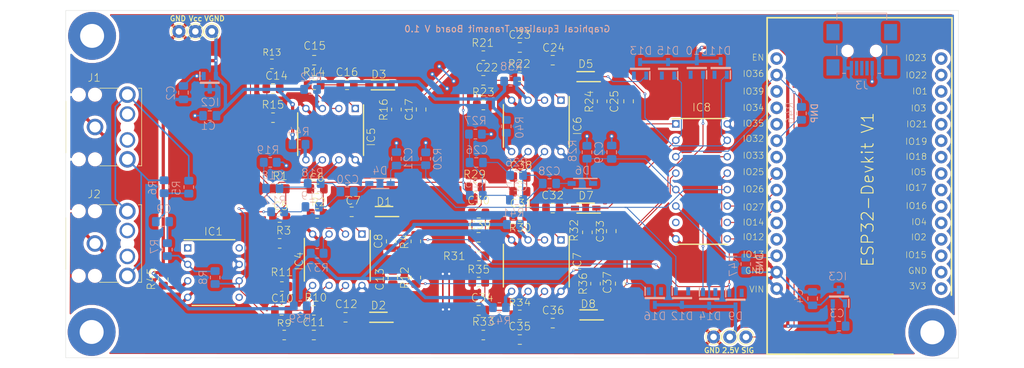
<source format=kicad_pcb>
(kicad_pcb (version 20211014) (generator pcbnew)
  (layers (0 "F.Cu" signal "Top") (31 "B.Cu" signal "Bottom") (34 "B.Paste" user) (35 "F.Paste" user) (36 "B.SilkS" user "B.Silkscreen") (37 "F.SilkS" user "F.Silkscreen") (38 "B.Mask" user) (39 "F.Mask" user) (44 "Edge.Cuts" user))
  (net 0 "")
  (net 1 "VCC")
  (net 2 "GND")
  (net 3 "VGND")
  (net 4 "AUDIO_OUT")
  (net 5 "VCLAMP")
  (net 6 "RECT_1")
  (net 7 "RECT_2")
  (net 8 "RECT_3")
  (net 9 "RECT_4")
  (net 10 "RECT_5")
  (net 11 "RECT_6")
  (net 12 "RECT_7")
  (net 13 "RECT_8")
  (net 14 "Net-(C5-Pad2)")
  (net 15 "Net-(C5-Pad1)")
  (net 16 "Net-(C6-Pad1)")
  (net 17 "Net-(C7-Pad2)")
  (net 18 "Net-(C9-Pad2)")
  (net 19 "/Graphic_Equalzier_Schematic_1/AUDIO_IN")
  (net 20 "Net-(C10-Pad2)")
  (net 21 "Net-(C10-Pad1)")
  (net 22 "Net-(C11-Pad1)")
  (net 23 "Net-(C12-Pad2)")
  (net 24 "Net-(C14-Pad2)")
  (net 25 "Net-(C14-Pad1)")
  (net 26 "Net-(C15-Pad1)")
  (net 27 "Net-(C16-Pad2)")
  (net 28 "Net-(C18-Pad2)")
  (net 29 "Net-(C18-Pad1)")
  (net 30 "Net-(C19-Pad1)")
  (net 31 "Net-(C20-Pad2)")
  (net 32 "Net-(C22-Pad2)")
  (net 33 "Net-(C22-Pad1)")
  (net 34 "Net-(C23-Pad1)")
  (net 35 "Net-(C24-Pad2)")
  (net 36 "Net-(C26-Pad2)")
  (net 37 "Net-(C26-Pad1)")
  (net 38 "Net-(C27-Pad1)")
  (net 39 "Net-(C28-Pad2)")
  (net 40 "Net-(C30-Pad2)")
  (net 41 "Net-(C30-Pad1)")
  (net 42 "Net-(C31-Pad1)")
  (net 43 "Net-(C32-Pad2)")
  (net 44 "Net-(C34-Pad2)")
  (net 45 "Net-(C34-Pad1)")
  (net 46 "Net-(C35-Pad1)")
  (net 47 "Net-(C36-Pad2)")
  (net 48 "Net-(D9-Pad2)")
  (net 49 "Net-(D10-Pad2)")
  (net 50 "Net-(D11-Pad2)")
  (net 51 "Net-(D12-Pad2)")
  (net 52 "Net-(D13-Pad2)")
  (net 53 "Net-(D14-Pad2)")
  (net 54 "Net-(D15-Pad2)")
  (net 55 "Net-(D16-Pad2)")
  (net 56 "Net-(IC1-Pad8)")
  (net 57 "Net-(IC1-Pad5)")
  (net 58 "Net-(IC1-Pad2)")
  (net 59 "Net-(IC1-Pad1)")
  (net 60 "/Graphic_Equalzier_Schematic_3/MUX_A")
  (net 61 "/Graphic_Equalzier_Schematic_3/MUX_B")
  (net 62 "/Graphic_Equalzier_Schematic_3/MUX_C")
  (net 63 "Net-(IC8-Pad7)")
  (net 64 "/Graphic_Equalzier_Schematic_3/MUX_OUT")
  (net 65 "Net-(J1-Pad11)")
  (net 66 "Net-(J1-Pad10)")
  (net 67 "Net-(J1-Pad3)")
  (net 68 "Net-(J1-Pad2)")
  (net 69 "Net-(J2-Pad11)")
  (net 70 "Net-(J2-Pad10)")
  (net 71 "Net-(J3-PadMP4)")
  (net 72 "Net-(J3-PadMP3)")
  (net 73 "Net-(J3-PadMP2)")
  (net 74 "Net-(J3-PadMP1)")
  (net 75 "Net-(J3-Pad4)")
  (net 76 "Net-(J3-Pad3)")
  (net 77 "Net-(J3-Pad2)")
  (net 78 "Net-(U$1-PadEN)")
  (net 79 "Net-(U$1-PadD39)")
  (net 80 "Net-(U$1-PadD34)")
  (net 81 "Net-(U$1-PadD35)")
  (net 82 "Net-(U$1-PadD33)")
  (net 83 "Net-(U$1-PadD14)")
  (net 84 "Net-(U$1-PadD12)")
  (net 85 "Net-(U$1-PadD23)")
  (net 86 "Net-(U$1-PadD22)")
  (net 87 "Net-(U$1-PadD1)")
  (net 88 "Net-(U$1-PadD3)")
  (net 89 "Net-(U$1-PadD21)")
  (net 90 "Net-(U$1-PadD19)")
  (net 91 "Net-(U$1-PadD18)")
  (net 92 "Net-(U$1-PadD5)")
  (net 93 "Net-(U$1-PadD17)")
  (net 94 "Net-(U$1-PadD16)")
  (net 95 "Net-(U$1-PadD4)")
  (net 96 "Net-(U$1-PadD2)")
  (net 97 "Net-(U$1-PadD15)")
  (net 98 "Net-(U$1-Pad3V3)")
  (net 99 "MUX_EN")
  (net 100 "Net-(U$1-PadGND@2)")
  (net 101 "Net-(IC4-Pad5)")
  (net 102 "Net-(IC4-Pad3)")
  (net 103 "Net-(IC5-Pad5)")
  (net 104 "Net-(IC5-Pad3)")
  (net 105 "Net-(IC6-Pad5)")
  (net 106 "Net-(IC6-Pad3)")
  (net 107 "Net-(IC7-Pad5)")
  (net 108 "Net-(IC7-Pad3)")
  (net 109 "Net-(IC1-Pad3)")
  (net 110 "Net-(R46-Pad2)")
  (footprint "SamacSys_Parts:SJ13523N" (layer "F.Cu") (at 81.8642 107.2896)
    (fp_text reference "J1")
    (fp_text value "SJ1-3523N" hide)
  )
  (footprint "SamacSys_Parts:SJ13523N" (layer "F.Cu") (at 81.8515 125.2982)
    (fp_text reference "J2")
    (fp_text value "SJ1-3523N" hide)
  )
  (footprint "SamacSys_Parts:DIP794W53P254L959H508Q8N" (layer "F.Cu") (at 104.648 129.794)
    (fp_text reference "IC1")
    (fp_text value "TLV2371IP" hide)
  )
  (footprint "SamacSys_Parts:DIP794W53P254L959H508Q8N" (layer "F.Cu") (at 123.7614 127.8101 -90)
    (fp_text reference "IC4")
    (fp_text value "TLV2372IP" hide)
  )
  (footprint "Resistor_SMD:R_0805_2012Metric_Pad1.20x1.40mm_HandSolder" (layer "F.Cu") (at 114.808 116.84)
    (fp_text reference "R1")
    (fp_text value "4750")
  )
  (footprint "Resistor_SMD:R_0805_2012Metric_Pad1.20x1.40mm_HandSolder" (layer "F.Cu") (at 120.65 120.65)
    (fp_text reference "R2")
    (fp_text value "23700")
  )
  (footprint "Capacitor_SMD:C_0805_2012Metric_Pad1.18x1.45mm_HandSolder" (layer "F.Cu") (at 114.8714 121.285)
    (fp_text reference "C5")
    (fp_text value ".01u")
  )
  (footprint "Capacitor_SMD:C_0805_2012Metric_Pad1.18x1.45mm_HandSolder" (layer "F.Cu") (at 120.65 116.84 180)
    (fp_text reference "C6")
    (fp_text value ".01u")
  )
  (footprint "Resistor_SMD:R_0805_2012Metric_Pad1.20x1.40mm_HandSolder" (layer "F.Cu") (at 114.8714 125.2701)
    (fp_text reference "R3")
    (fp_text value "267")
  )
  (footprint "SamacSys_Parts:SOD3716X135N" (layer "F.Cu") (at 130.97764 120.36044 180)
    (fp_text reference "D1")
    (fp_text value "BAT54W-HG3-18" hide)
  )
  (footprint "Capacitor_SMD:C_0805_2012Metric_Pad1.18x1.45mm_HandSolder" (layer "F.Cu") (at 125.984 120.396)
    (fp_text reference "C7")
    (fp_text value "22u")
  )
  (footprint "Resistor_SMD:R_0805_2012Metric_Pad1.20x1.40mm_HandSolder" (layer "F.Cu") (at 135.89 124.968 90)
    (fp_text reference "R4")
    (fp_text value "100k")
  )
  (footprint "Capacitor_SMD:C_0805_2012Metric_Pad1.18x1.45mm_HandSolder" (layer "F.Cu") (at 132.08 124.968 -90)
    (fp_text reference "C8")
    (fp_text value ".01u")
  )
  (footprint "Resistor_SMD:R_0805_2012Metric_Pad1.20x1.40mm_HandSolder" (layer "F.Cu") (at 115.57 139.446 180)
    (fp_text reference "R9")
    (fp_text value "10000")
  )
  (footprint "Capacitor_SMD:C_0805_2012Metric_Pad1.18x1.45mm_HandSolder" (layer "F.Cu") (at 115.1675 135.636)
    (fp_text reference "C10")
    (fp_text value ".01u")
  )
  (footprint "Resistor_SMD:R_0805_2012Metric_Pad1.20x1.40mm_HandSolder" (layer "F.Cu") (at 120.142 135.636 180)
    (fp_text reference "R10")
    (fp_text value "47500")
  )
  (footprint "Capacitor_SMD:C_0805_2012Metric_Pad1.18x1.45mm_HandSolder" (layer "F.Cu") (at 120.142 139.446 180)
    (fp_text reference "C11")
    (fp_text value ".01u")
  )
  (footprint "Resistor_SMD:R_0805_2012Metric_Pad1.20x1.40mm_HandSolder" (layer "F.Cu") (at 115.205 131.953 180)
    (fp_text reference "R11")
    (fp_text value "348")
  )
  (footprint "Capacitor_SMD:C_0805_2012Metric_Pad1.18x1.45mm_HandSolder" (layer "F.Cu") (at 125.0314 136.7001)
    (fp_text reference "C12")
    (fp_text value "22u")
  )
  (footprint "SamacSys_Parts:SOD3716X135N" (layer "F.Cu") (at 130.1114 136.7001 180)
    (fp_text reference "D2")
    (fp_text value "BAT54W-HG3-18" hide)
  )
  (footprint "Resistor_SMD:R_0805_2012Metric_Pad1.20x1.40mm_HandSolder" (layer "F.Cu") (at 135.89 130.556 90)
    (fp_text reference "R12")
    (fp_text value "100k")
  )
  (footprint "Capacitor_SMD:C_0805_2012Metric_Pad1.18x1.45mm_HandSolder" (layer "F.Cu") (at 132.334 130.556 90)
    (fp_text reference "C13")
    (fp_text value ".01u")
  )
  (footprint "SamacSys_Parts:DIP794W53P254L959H508Q8N" (layer "F.Cu") (at 122.7301 108.3946 -90)
    (fp_text reference "IC5")
    (fp_text value "TLV2372IP" hide)
  )
  (footprint "Resistor_SMD:R_0805_2012Metric_Pad1.20x1.40mm_HandSolder" (layer "F.Cu") (at 120.1901 100.7746)
    (fp_text reference "R14")
    (fp_text value "34800")
  )
  (footprint "Capacitor_SMD:C_0805_2012Metric_Pad1.18x1.45mm_HandSolder" (layer "F.Cu") (at 113.8401 101.346)
    (fp_text reference "C14")
    (fp_text value ".02u")
  )
  (footprint "Capacitor_SMD:C_0805_2012Metric_Pad1.18x1.45mm_HandSolder" (layer "F.Cu") (at 120.1901 96.9646 180)
    (fp_text reference "C15")
    (fp_text value ".02u")
  )
  (footprint "Resistor_SMD:R_0805_2012Metric_Pad1.20x1.40mm_HandSolder" (layer "F.Cu") (at 113.8401 105.8546 180)
    (fp_text reference "R15")
    (fp_text value "301")
  )
  (footprint "SamacSys_Parts:SOD3716X135N" (layer "F.Cu") (at 130.3501 100.7746 180)
    (fp_text reference "D3")
    (fp_text value "BAT54W-HG3-18" hide)
  )
  (footprint "Capacitor_SMD:C_0805_2012Metric_Pad1.18x1.45mm_HandSolder" (layer "F.Cu") (at 125.2701 100.7746)
    (fp_text reference "C16")
    (fp_text value "22u")
  )
  (footprint "Resistor_SMD:R_0805_2012Metric_Pad1.20x1.40mm_HandSolder" (layer "F.Cu") (at 132.8901 104.5846 90)
    (fp_text reference "R16")
    (fp_text value "100k")
  )
  (footprint "Capacitor_SMD:C_0805_2012Metric_Pad1.18x1.45mm_HandSolder" (layer "F.Cu") (at 136.7001 104.5846 -90)
    (fp_text reference "C17")
    (fp_text value ".01u")
  )
  (footprint "SamacSys_Parts:DIP794W53P254L959H508Q8N" (layer "F.Cu") (at 154.4801 107.1246 -90)
    (fp_text reference "IC6")
    (fp_text value "TLV2372IP" hide)
  )
  (footprint "Resistor_SMD:R_0805_2012Metric_Pad1.20x1.40mm_HandSolder" (layer "F.Cu") (at 146.304 96.266)
    (fp_text reference "R21")
    (fp_text value "4990")
  )
  (footprint "Resistor_SMD:R_0805_2012Metric_Pad1.20x1.40mm_HandSolder" (layer "F.Cu") (at 151.9401 99.5046)
    (fp_text reference "R22")
    (fp_text value "23700")
  )
  (footprint "Capacitor_SMD:C_0805_2012Metric_Pad1.18x1.45mm_HandSolder" (layer "F.Cu") (at 146.304 100.076)
    (fp_text reference "C22")
    (fp_text value ".1u")
  )
  (footprint "Capacitor_SMD:C_0805_2012Metric_Pad1.18x1.45mm_HandSolder" (layer "F.Cu") (at 151.9401 94.996 180)
    (fp_text reference "C23")
    (fp_text value ".1u" hide)
  )
  (footprint "Resistor_SMD:R_0805_2012Metric_Pad1.20x1.40mm_HandSolder" (layer "F.Cu") (at 146.304 103.886 180)
    (fp_text reference "R23")
    (fp_text value "267")
  )
  (footprint "SamacSys_Parts:SOD3716X135N" (layer "F.Cu") (at 162.1001 99.5046 180)
    (fp_text reference "D5")
    (fp_text value "BAT54W-HG3-18" hide)
  )
  (footprint "Capacitor_SMD:C_0805_2012Metric_Pad1.18x1.45mm_HandSolder" (layer "F.Cu") (at 157.0201 96.9646)
    (fp_text reference "C24")
    (fp_text value "22u")
  )
  (footprint "Resistor_SMD:R_0805_2012Metric_Pad1.20x1.40mm_HandSolder" (layer "F.Cu") (at 164.6401 103.3146 90)
    (fp_text reference "R24")
    (fp_text value "100k")
  )
  (footprint "Capacitor_SMD:C_0805_2012Metric_Pad1.18x1.45mm_HandSolder" (layer "F.Cu") (at 168.724 103.3146 -90)
    (fp_text reference "C25")
    (fp_text value ".01u")
  )
  (footprint "SamacSys_Parts:DIP794W53P254L959H508Q8N" (layer "F.Cu") (at 154.4801 128.7146 -90)
    (fp_text reference "IC7")
    (fp_text value "TLV2372IP" hide)
  )
  (footprint "Resistor_SMD:R_0805_2012Metric_Pad1.20x1.40mm_HandSolder" (layer "F.Cu") (at 145.034 116.586)
    (fp_text reference "R29")
    (fp_text value "7500")
  )
  (footprint "Resistor_SMD:R_0805_2012Metric_Pad1.20x1.40mm_HandSolder" (layer "F.Cu") (at 151.9401 121.0946)
    (fp_text reference "R30")
    (fp_text value "35700")
  )
  (footprint "Capacitor_SMD:C_0805_2012Metric_Pad1.18x1.45mm_HandSolder" (layer "F.Cu") (at 145.5901 120.616)
    (fp_text reference "C30")
    (fp_text value ".1u")
  )
  (footprint "Capacitor_SMD:C_0805_2012Metric_Pad1.18x1.45mm_HandSolder" (layer "F.Cu") (at 151.9401 117.2846 180)
    (fp_text reference "C31")
    (fp_text value ".1u")
  )
  (footprint "Resistor_SMD:R_0805_2012Metric_Pad1.20x1.40mm_HandSolder" (layer "F.Cu") (at 145.62404 127.21844)
    (fp_text reference "R31")
    (fp_text value "267")
  )
  (footprint "SamacSys_Parts:SOD3716X135N" (layer "F.Cu") (at 162.1001 119.8246 180)
    (fp_text reference "D7")
    (fp_text value "BAT54W-HG3-18" hide)
  )
  (footprint "Capacitor_SMD:C_0805_2012Metric_Pad1.18x1.45mm_HandSolder" (layer "F.Cu") (at 157.0201 119.8246)
    (fp_text reference "C32")
    (fp_text value "22u")
  )
  (footprint "Resistor_SMD:R_0805_2012Metric_Pad1.20x1.40mm_HandSolder" (layer "F.Cu") (at 162.3695 123.571 90)
    (fp_text reference "R32")
    (fp_text value "100k")
  )
  (footprint "Capacitor_SMD:C_0805_2012Metric_Pad1.18x1.45mm_HandSolder" (layer "F.Cu") (at 166.0525 123.3805 -90)
    (fp_text reference "C33")
    (fp_text value ".01u")
  )
  (footprint "Resistor_SMD:R_0805_2012Metric_Pad1.20x1.40mm_HandSolder" (layer "F.Cu") (at 146.304 139.446 180)
    (fp_text reference "R33")
    (fp_text value "1210")
  )
  (footprint "Capacitor_SMD:C_0805_2012Metric_Pad1.18x1.45mm_HandSolder" (layer "F.Cu") (at 145.5901 135.636)
    (fp_text reference "C34")
    (fp_text value "1u")
  )
  (footprint "Resistor_SMD:R_0805_2012Metric_Pad1.20x1.40mm_HandSolder" (layer "F.Cu") (at 151.9401 136.3346 180)
    (fp_text reference "R34")
    (fp_text value "6040")
  )
  (footprint "Capacitor_SMD:C_0805_2012Metric_Pad1.18x1.45mm_HandSolder" (layer "F.Cu") (at 151.9401 140.1446 180)
    (fp_text reference "C35")
    (fp_text value "1u")
  )
  (footprint "Resistor_SMD:R_0805_2012Metric_Pad1.20x1.40mm_HandSolder" (layer "F.Cu") (at 145.5901 131.2546 180)
    (fp_text reference "R35")
    (fp_text value "402")
  )
  (footprint "Capacitor_SMD:C_0805_2012Metric_Pad1.18x1.45mm_HandSolder" (layer "F.Cu") (at 157.0201 137.6046)
    (fp_text reference "C36")
    (fp_text value "22u")
  )
  (footprint "SamacSys_Parts:SOD3716X135N" (layer "F.Cu") (at 162.56 136.3346 180)
    (fp_text reference "D8")
    (fp_text value "BAT54W-HG3-18" hide)
  )
  (footprint "Resistor_SMD:R_0805_2012Metric_Pad1.20x1.40mm_HandSolder" (layer "F.Cu") (at 163.6241 131.5086 90)
    (fp_text reference "R36")
    (fp_text value "100k" hide)
  )
  (footprint "Capacitor_SMD:C_0805_2012Metric_Pad1.18x1.45mm_HandSolder" (layer "F.Cu") (at 167.4341 131.5086 90)
    (fp_text reference "C37")
    (fp_text value ".01u" hide)
  )
  (footprint "SamacSys_Parts:DIP794W56P254L1918H457Q16N" (layer "F.Cu") (at 179.9895 115.697)
    (fp_text reference "IC8")
    (fp_text value "MAX4617CPE+" hide)
  )
  (footprint "Graphic_Equalzier_Schematic:ESP32-DEVKITV1" (layer "F.Cu") (at 204.7145 115.7505 90)
    (fp_text reference "U$1" hide)
    (fp_text value "ESP32DEVKITV1" hide)
  )
  (footprint "TestPoint:TestPoint_THTPad_D2.0mm_Drill1.0mm" (layer "F.Cu") (at 184.34304 139.74224)
    (fp_text reference "2.5V")
    (fp_text value "TestPoint")
  )
  (footprint "TestPoint:TestPoint_THTPad_D2.0mm_Drill1.0mm" (layer "F.Cu") (at 181.84304 139.74224)
    (fp_text reference "GND")
    (fp_text value "TestPoint")
  )
  (footprint "TestPoint:TestPoint_THTPad_D2.0mm_Drill1.0mm" (layer "F.Cu") (at 104.394 92.5195 90)
    (fp_text reference "VGND")
    (fp_text value "TestPoint")
  )
  (footprint "TestPoint:TestPoint_THTPad_D2.0mm_Drill1.0mm" (layer "F.Cu") (at 101.854 92.5195)
    (fp_text reference "Vcc")
    (fp_text value "TestPoint")
  )
  (footprint "TestPoint:TestPoint_THTPad_D2.0mm_Drill1.0mm" (layer "F.Cu") (at 99.314 92.5195)
    (fp_text reference "GND")
    (fp_text value "TestPoint")
  )
  (footprint "Resistor_SMD:R_0805_2012Metric_Pad1.20x1.40mm_HandSolder" (layer "F.Cu") (at 113.665 97.536)
    (fp_text reference "R13")
    (fp_text value "7500")
  )
  (footprint "Resistor_SMD:R_0805_2012Metric_Pad1.20x1.40mm_HandSolder" (layer "F.Cu") (at 96.901 130.81 90)
    (fp_text reference "R45")
    (fp_text value "R-US_R0805" hide)
  )
  (footprint "TestPoint:TestPoint_THTPad_D2.0mm_Drill1.0mm" (layer "F.Cu") (at 186.84304 139.74224)
    (fp_text reference "SIG")
    (fp_text value "SIG")
  )
  (footprint "MountingHole:MountingHole_3.7mm_Pad_TopBottom" (layer "F.Cu") (at 85.84692 138.97356)
    (fp_text reference " ")
    (fp_text value "MountingHole_3.7mm_Pad_TopBottom")
  )
  (footprint "MountingHole:MountingHole_3.7mm_Pad_TopBottom" (layer "F.Cu") (at 215.6206 139.02944)
    (fp_text reference " ")
    (fp_text value "MountingHole_3.7mm_Pad_TopBottom")
  )
  (footprint "Capacitor_SMD:C_0805_2012Metric_Pad1.18x1.45mm_HandSolder" (layer "F.Cu") (at 151.9682 115.0112)
    (fp_text reference "C38")
    (fp_text value ".1u" hide)
  )
  (footprint "Capacitor_SMD:C_0805_2012Metric_Pad1.18x1.45mm_HandSolder" (layer "F.Cu") (at 145.5674 124.33808)
    (fp_text reference "C39")
    (fp_text value ".1u" hide)
  )
  (footprint "MountingHole:MountingHole_3.7mm_Pad_TopBottom" (layer "F.Cu") (at 85.91296 93.20784)
    (fp_text reference " ")
    (fp_text value "MountingHole_3.7mm_Pad_TopBottom")
  )
  (footprint "Resistor_SMD:R_0805_2012Metric_Pad1.20x1.40mm_HandSolder" (layer "B.Cu") (at 100.838 116.586 90)
    (fp_text reference "R5")
    (fp_text value "R-US_R0805")
  )
  (footprint "Resistor_SMD:R_0805_2012Metric_Pad1.20x1.40mm_HandSolder" (layer "B.Cu") (at 97.028 116.5226 90)
    (fp_text reference "R6")
    (fp_text value "R-US_R0805")
  )
  (footprint "SamacSys_Parts:SOT95P237X112-3N" (layer "B.Cu") (at 104.0765 100.457 -90)
    (fp_text reference "IC2")
    (fp_text value "MCP1700T-2502E_TT" hide)
  )
  (footprint "SamacSys_Parts:SOT95P237X112-3N" (layer "B.Cu") (at 201.1934 133.49478 90)
    (fp_text reference "IC3")
    (fp_text value "MCP1700T-2502E_TT" hide)
  )
  (footprint "Capacitor_SMD:C_0805_2012Metric_Pad1.18x1.45mm_HandSolder" (layer "B.Cu") (at 104.0765 105.537 180)
    (fp_text reference "C1")
    (fp_text value "C-USC0805")
  )
  (footprint "Capacitor_SMD:C_0805_2012Metric_Pad1.18x1.45mm_HandSolder" (layer "B.Cu") (at 100.0125 101.981 90)
    (fp_text reference "C2")
    (fp_text value "C-USC0805")
  )
  (footprint "Capacitor_SMD:C_0805_2012Metric_Pad1.18x1.45mm_HandSolder" (layer "B.Cu") (at 201.1934 138.06678)
    (fp_text reference "C3")
    (fp_text value "C-USC0805")
  )
  (footprint "Capacitor_SMD:C_0805_2012Metric_Pad1.18x1.45mm_HandSolder" (layer "B.Cu") (at 197.1294 133.81478 -90)
    (fp_text reference "C4")
    (fp_text value "C-USC0805")
  )
  (footprint "Resistor_SMD:R_0805_2012Metric_Pad1.20x1.40mm_HandSolder" (layer "B.Cu") (at 97.536 126.238 90)
    (fp_text reference "R7")
    (fp_text value "R-US_R0805")
  )
  (footprint "Capacitor_SMD:C_0805_2012Metric_Pad1.18x1.45mm_HandSolder" (layer "B.Cu") (at 96.774 121.92)
    (fp_text reference "C9")
    (fp_text value "C-USC0805")
  )
  (footprint "Resistor_SMD:R_0805_2012Metric_Pad1.20x1.40mm_HandSolder" (layer "B.Cu") (at 104.902 130.556 90)
    (fp_text reference "R8")
    (fp_text value "R-US_R0805")
  )
  (footprint "Resistor_SMD:R_0805_2012Metric_Pad1.20x1.40mm_HandSolder" (layer "B.Cu") (at 114.554 120.396 180)
    (fp_text reference "R17")
    (fp_text value "10000")
  )
  (footprint "Capacitor_SMD:C_0805_2012Metric_Pad1.18x1.45mm_HandSolder" (layer "B.Cu") (at 113.8047 116.7765)
    (fp_text reference "C18")
    (fp_text value ".02u")
  )
  (footprint "Resistor_SMD:R_0805_2012Metric_Pad1.20x1.40mm_HandSolder" (layer "B.Cu") (at 120.1901 116.0146 180)
    (fp_text reference "R18")
    (fp_text value "54900")
  )
  (footprint "Capacitor_SMD:C_0805_2012Metric_Pad1.18x1.45mm_HandSolder" (layer "B.Cu") (at 119.888 119.634 180)
    (fp_text reference "C19")
    (fp_text value ".02u")
  )
  (footprint "Resistor_SMD:R_0805_2012Metric_Pad1.20x1.40mm_HandSolder" (layer "B.Cu") (at 113.411 112.7506)
    (fp_text reference "R19")
    (fp_text value "806")
  )
  (footprint "Capacitor_SMD:C_0805_2012Metric_Pad1.18x1.45mm_HandSolder" (layer "B.Cu") (at 125.2701 117.2846)
    (fp_text reference "C20")
    (fp_text value "22u")
  )
  (footprint "SamacSys_Parts:SOD3716X135N" (layer "B.Cu") (at 130.3501 116.0146 180)
    (fp_text reference "D4")
    (fp_text value "BAT54W-HG3-18" hide)
  )
  (footprint "Resistor_SMD:R_0805_2012Metric_Pad1.20x1.40mm_HandSolder" (layer "B.Cu") (at 137.414 112.2046 90)
    (fp_text reference "R20")
    (fp_text value "100k")
  )
  (footprint "Capacitor_SMD:C_0805_2012Metric_Pad1.18x1.45mm_HandSolder" (layer "B.Cu") (at 132.8901 112.2046 90)
    (fp_text reference "C21")
    (fp_text value ".01u")
  )
  (footprint "Resistor_SMD:R_0805_2012Metric_Pad1.20x1.40mm_HandSolder" (layer "B.Cu") (at 145.216 117.856 180)
    (fp_text reference "R25")
    (fp_text value "7500")
  )
  (footprint "Capacitor_SMD:C_0805_2012Metric_Pad1.18x1.45mm_HandSolder" (layer "B.Cu") (at 145.216 112.776)
    (fp_text reference "C26")
    (fp_text value ".1u")
  )
  (footprint "Resistor_SMD:R_0805_2012Metric_Pad1.20x1.40mm_HandSolder" (layer "B.Cu") (at 151.4321 114.7446 180)
    (fp_text reference "R26")
    (fp_text value "40200")
  )
  (footprint "Capacitor_SMD:C_0805_2012Metric_Pad1.18x1.45mm_HandSolder" (layer "B.Cu") (at 151.4321 118.5546 180)
    (fp_text reference "C27")
    (fp_text value ".1u")
  )
  (footprint "Resistor_SMD:R_0805_2012Metric_Pad1.20x1.40mm_HandSolder" (layer "B.Cu") (at 145.0821 108.3946)
    (fp_text reference "R27")
    (fp_text value "402")
  )
  (footprint "Capacitor_SMD:C_0805_2012Metric_Pad1.18x1.45mm_HandSolder" (layer "B.Cu") (at 156.5121 116.0146)
    (fp_text reference "C28")
    (fp_text value "22u")
  )
  (footprint "SamacSys_Parts:SOD3716X135N" (layer "B.Cu") (at 161.5921 116.0146 180)
    (fp_text reference "D6")
    (fp_text value "BAT54W-HG3-18" hide)
  )
  (footprint "Resistor_SMD:R_0805_2012Metric_Pad1.20x1.40mm_HandSolder" (layer "B.Cu") (at 162.306 111.1886 90)
    (fp_text reference "R28")
    (fp_text value "100k")
  )
  (footprint "Capacitor_SMD:C_0805_2012Metric_Pad1.18x1.45mm_HandSolder" (layer "B.Cu") (at 166.116 111.1886 90)
    (fp_text reference "C29")
    (fp_text value ".01u")
  )
  (footprint "SamacSys_Parts:10033526N3212LF" (layer "B.Cu") (at 204.724 94.3356)
    (fp_text reference "J3")
    (fp_text value "10033526-N3212LF" hide)
  )
  (footprint "SamacSys_Parts:SOT96P237X111-3N" (layer "B.Cu") (at 185.2295 133.985 -90)
    (fp_text reference "D9")
    (fp_text value "MMBD101LT1G" hide)
  )
  (footprint "SamacSys_Parts:SOT96P237X111-3N" (layer "B.Cu") (at 179.2605 98.171 90)
    (fp_text reference "D10")
    (fp_text value "MMBD101LT1G" hide)
  )
  (footprint "SamacSys_Parts:SOT96P237X111-3N" (layer "B.Cu") (at 182.9435 98.171 90)
    (fp_text reference "D11")
    (fp_text value "MMBD101LT1G" hide)
  )
  (footprint "SamacSys_Parts:SOT96P237X111-3N" (layer "B.Cu") (at 176.9745 133.731 -90)
    (fp_text reference "D12")
    (fp_text value "MMBD101LT1G" hide)
  )
  (footprint "SamacSys_Parts:SOT96P237X111-3N" (layer "B.Cu") (at 170.4975 98.298 90)
    (fp_text reference "D13")
    (fp_text value "MMBD101LT1G" hide)
  )
  (footprint "SamacSys_Parts:SOT96P237X111-3N" (layer "B.Cu") (at 181.1655 133.858 -90)
    (fp_text reference "D14")
    (fp_text value "MMBD101LT1G" hide)
  )
  (footprint "SamacSys_Parts:SOT96P237X111-3N" (layer "B.Cu") (at 174.8155 98.298 90)
    (fp_text reference "D15")
    (fp_text value "MMBD101LT1G" hide)
  )
  (footprint "SamacSys_Parts:SOT96P237X111-3N" (layer "B.Cu") (at 172.7835 133.731 -90)
    (fp_text reference "D16")
    (fp_text value "MMBD101LT1G" hide)
  )
  (footprint "Resistor_SMD:R_0805_2012Metric_Pad1.20x1.40mm_HandSolder" (layer "B.Cu") (at 120.6525 126.8095)
    (fp_text reference "R37")
    (fp_text value "R-US_R0805" hide)
  )
  (footprint "Resistor_SMD:R_0805_2012Metric_Pad1.20x1.40mm_HandSolder" (layer "B.Cu") (at 150.5179 100.2157)
    (fp_text reference "R38")
    (fp_text value "R-US_R0805" hide)
  )
  (footprint "Resistor_SMD:R_0805_2012Metric_Pad1.20x1.40mm_HandSolder" (layer "B.Cu") (at 149.8473 107.188 -90)
    (fp_text reference "R40")
    (fp_text value "R-US_R0805" hide)
  )
  (footprint "Resistor_SMD:R_0805_2012Metric_Pad1.20x1.40mm_HandSolder" (layer "B.Cu") (at 150.942 122.3645)
    (fp_text reference "R41")
    (fp_text value "R-US_R0805" hide)
  )
  (footprint "Resistor_SMD:R_0805_2012Metric_Pad1.20x1.40mm_HandSolder" (layer "B.Cu") (at 119.634 101.473)
    (fp_text reference "R42")
    (fp_text value "R-US_R0805" hide)
  )
  (footprint "Resistor_SMD:R_0805_2012Metric_Pad1.20x1.40mm_HandSolder" (layer "B.Cu") (at 148.7805 135.1915)
    (fp_text reference "R43")
    (fp_text value "R-US_R0805" hide)
  )
  (footprint "Resistor_SMD:R_0805_2012Metric_Pad1.20x1.40mm_HandSolder" (layer "B.Cu") (at 117.8585 109.982)
    (fp_text reference "R44")
    (fp_text value "R-US_R0805" hide)
  )
  (footprint "Resistor_SMD:R_0805_2012Metric_Pad1.20x1.40mm_HandSolder" (layer "B.Cu") (at 118.0465 134.9375)
    (fp_text reference "R39")
    (fp_text value "R-US_R0805" hide)
  )
  (footprint "Resistor_SMD:R_0805_2012Metric_Pad1.20x1.40mm_HandSolder" (layer "B.Cu") (at 195.40728 105.1814 -90)
    (fp_text reference "R46")
    (fp_text value "R-US_R0805" hide)
  )
  (footprint "Resistor_SMD:R_0805_2012Metric_Pad1.20x1.40mm_HandSolder" (layer "B.Cu") (at 186.82208 128.4732 90)
    (fp_text reference "R47")
    (fp_text value "R-US_R0805" hide)
  )
  (gr_line (start 219.6465 143.002) (end 81.8361 142.9386) (layer "Edge.Cuts") (width 0.05))
  (gr_line (start 219.6465 143.002) (end 219.6465 89.281) (layer "Edge.Cuts") (width 0.05))
  (gr_line (start 81.8515 89.281) (end 81.8361 142.9386) (layer "Edge.Cuts") (width 0.05))
  (gr_line (start 219.6465 89.281) (end 81.8515 89.281) (layer "Edge.Cuts") (width 0.05))
  (gr_text "DNP" (at 188.96076 128.4732 90) (layer "B.SilkS") (effects (font (size 1 1)) (justify mirror)))
  (gr_text "DNP" (at 197.43928 105.16108 90) (layer "B.SilkS") (effects (font (size 1 1)) (justify mirror)))
  (gr_text "Graphical Equalizer Transmit Board V 1.0\n" (at 150 92.13088) (layer "B.SilkS") (effects (font (size 1 1)) (justify mirror)))
  (segment (start 141.0335 129.9845) (end 141.0335 134.3025) (width 0.254) (layer "F.Cu") (net 1))
  (segment (start 141.0335 134.6835) (end 141.0335 134.6835) (width 0.254) (layer "F.Cu") (net 1))
  (segment (start 140.0556 134.62) (end 140.0556 135.48868) (width 0.254) (layer "F.Cu") (net 1))
  (segment (start 141.0335 134.49046) (end 141.0335 135.4455) (width 0.254) (layer "F.Cu") (net 1))
  (segment (start 140.0556 135.48868) (end 140.07084 135.50392) (width 0.254) (layer "F.Cu") (net 1))
  (segment (start 141.0335 134.49046) (end 141.0335 134.6835) (width 0.254) (layer "F.Cu") (net 1))
  (segment (start 141.0335 134.3025) (end 141.0335 134.49046) (width 0.254) (layer "F.Cu") (net 1))
  (segment (start 140.0556 129.9972) (end 140.0556 134.62) (width 0.254) (layer "F.Cu") (net 1))
  (segment (start 141.0335 135.4455) (end 141.01064 135.46836) (width 0.254) (layer "F.Cu") (net 1))
  (via (at 140.07084 135.50392) (size 0.7) (drill 0.35) (layers "F.Cu" "B.Cu") (net 1))
  (via (at 141.0335 129.9845) (size 0.7) (drill 0.35) (layers "F.Cu" "B.Cu") (net 1))
  (via (at 141.01064 135.46836) (size 0.7) (drill 0.35) (layers "F.Cu" "B.Cu") (net 1))
  (via (at 140.0556 129.9972) (size 0.7) (drill 0.35) (layers "F.Cu" "B.Cu") (net 1))
  (segment (start 103.4975 101.507) (end 102.24825 102.75625) (width 0.254) (layer "B.Cu") (net 1))
  (segment (start 104.0765 101.507) (end 103.4975 101.507) (width 0.254) (layer "B.Cu") (net 1))
  (segment (start 135.636 129.606) (end 135.89 129.352) (width 0.254) (layer "F.Cu") (net 2))
  (segment (start 86.3642 107.2896) (end 84.5 105.4254) (width 0.254) (layer "F.Cu") (net 2))
  (segment (start 166.0525 124.73686) (end 165.23716 125.5522) (width 0.254) (layer "F.Cu") (net 2))
  (segment (start 90.987 98.374) (end 92.532 98.374) (width 0.254) (layer "F.Cu") (net 2))
  (segment (start 119.9514 123.8401) (end 121 124.8887) (width 0.254) (layer "F.Cu") (net 2))
  (segment (start 166.0525 124.418) (end 166.0525 124.73686) (width 0.254) (layer "F.Cu") (net 2))
  (segment (start 150.6701 103.1546) (end 151.7155 104.2) (width 0.254) (layer "F.Cu") (net 2))
  (segment (start 132.334 126.172) (end 132.08 125.918) (width 0.254) (layer "F.Cu") (net 2))
  (segment (start 92.532 98.374) (end 92.38 98.374) (width 0.254) (layer "F.Cu") (net 2))
  (segment (start 176.0195 124.587) (end 176.85 125.4175) (width 0.254) (layer "F.Cu") (net 2))
  (segment (start 86.3515 125.2982) (end 88 126.9467) (width 0.254) (layer "F.Cu") (net 2))
  (segment (start 92.38 98.374) (end 92.202 98.552) (width 0.254) (layer "F.Cu") (net 2))
  (segment (start 92.202 98.552) (end 92.583 98.552) (width 0.254) (layer "F.Cu") (net 2))
  (segment (start 150.6701 124.7446) (end 151.4 125.4745) (width 0.254) (layer "F.Cu") (net 2))
  (via (at 206.31912 100.26396) (size 0.7) (drill 0.35) (layers "F.Cu" "B.Cu") (net 2))
  (via (at 137.414 109.728) (size 0.7) (drill 0.35) (layers "F.Cu" "B.Cu") (net 2))
  (via (at 102.074 99.407) (size 0.7) (drill 0.35) (layers "F.Cu" "B.Cu") (net 2))
  (via (at 139.5095 97.917) (size 0.7) (drill 0.35) (layers "F.Cu" "B.Cu") (net 2))
  (via (at 166.116 108.712) (size 0.7) (drill 0.35) (layers "F.Cu" "B.Cu") (net 2))
  (via (at 147.5106 108.3946) (size 0.7) (drill 0.35) (layers "F.Cu" "B.Cu") (net 2))
  (via (at 162.306 108.712) (size 0.7) (drill 0.35) (layers "F.Cu" "B.Cu") (net 2))
  (via (at 138.43 99.1235) (size 0.7) (drill 0.35) (layers "F.Cu" "B.Cu") (net 2))
  (via (at 101.7905 105.537) (size 0.7) (drill 0.35) (layers "F.Cu" "B.Cu") (net 2))
  (via (at 140.716 101.346) (size 0.7) (drill 0.35) (layers "F.Cu" "B.Cu") (net 2))
  (via (at 141.732 100.203) (size 0.7) (drill 0.35) (layers "F.Cu" "B.Cu") (net 2))
  (via (at 115.8875 113.2586) (size 0.7) (drill 0.35) (layers "F.Cu" "B.Cu") (net 2))
  (via (at 132.8901 109.7761) (size 0.7) (drill 0.35) (layers "F.Cu" "B.Cu") (net 2))
  (segment (start 147.5106 108.3946) (end 147.5106 108.3946) (width 0.254) (layer "B.Cu") (net 2))
  (segment (start 147.5106 108.3946) (end 147.5106 108.3946) (width 0.254) (layer "B.Cu") (net 2))
  (segment (start 147.5106 108.3946) (end 147.5106 108.3946) (width 0.254) (layer "B.Cu") (net 2))
  (segment (start 137.414 109.728) (end 137.414 109.728) (width 0.254) (layer "B.Cu") (net 2))
  (segment (start 132.8901 109.7761) (end 132.8901 109.7761) (width 0.254) (layer "B.Cu") (net 2))
  (segment (start 101.7905 105.537) (end 101.7905 105.537) (width 0.254) (layer "B.Cu") (net 2))
  (segment (start 147.5106 108.3946) (end 147.5106 108.3946) (width 0.254) (layer "B.Cu") (net 2))
  (segment (start 137.414 109.728) (end 137.414 109.728) (width 0.254) (layer "B.Cu") (net 2))
  (segment (start 132.8901 109.7761) (end 132.8901 109.7761) (width 0.254) (layer "B.Cu") (net 2))
  (segment (start 162.306 108.712) (end 162.306 108.712) (width 0.254) (layer "B.Cu") (net 2))
  (segment (start 101.7905 105.537) (end 101.7905 105.537) (width 0.254) (layer "B.Cu") (net 2))
  (segment (start 101.7905 105.537) (end 101.7905 105.537) (width 0.254) (layer "B.Cu") (net 2))
  (segment (start 102.074 99.407) (end 102.074 99.407) (width 0.254) (layer "B.Cu") (net 2))
  (segment (start 138.43 99.1235) (end 140.6525 101.346) (width 0.254) (layer "B.Cu") (net 2))
  (segment (start 102.074 99.407) (end 101.549 99.407) (width 0.254) (layer "B.Cu") (net 2))
  (segment (start 191.323 129.474) (end 191.5795 129.7305) (width 0.254) (layer "B.Cu") (net 2))
  (segment (start 146.0321 108.3946) (end 147.5106 108.3946) (width 0.254) (layer "B.Cu") (net 2))
  (segment (start 191.5795 129.7305) (end 196.70128 134.85228) (width 0.254) (layer "B.Cu") (net 2))
  (segment (start 197.1294 134.76478) (end 198.387598 134.76478) (width 0.254) (layer "B.Cu") (net 2))
  (segment (start 141.732 100.1395) (end 141.732 100.203) (width 0.254) (layer "B.Cu") (net 2))
  (segment (start 196.70128 134.85228) (end 197.1294 134.85228) (width 0.254) (layer "B.Cu") (net 2))
  (segment (start 166.116 110.1511) (end 166.116 108.712) (width 0.254) (layer "B.Cu") (net 2))
  (segment (start 199.613599 133.538779) (end 201.137399 133.538779) (width 0.254) (layer "B.Cu") (net 2))
  (segment (start 138.43 99.1235) (end 138.43 99.1235) (width 0.254) (layer "B.Cu") (net 2))
  (segment (start 115.3795 112.7506) (end 115.8875 113.2586) (width 0.254) (layer "B.Cu") (net 2))
  (segment (start 187.12938 129.7305) (end 186.82208 129.4232) (width 0.254) (layer "B.Cu") (net 2))
  (segment (start 206.324 100.25908) (end 206.31912 100.26396) (width 0.254) (layer "B.Cu") (net 2))
  (segment (start 103.1265 105.537) (end 101.7905 105.537) (width 0.254) (layer "B.Cu") (net 2))
  (segment (start 206.324 98.2006) (end 206.324 100.25908) (width 0.36) (layer "B.Cu") (net 2))
  (segment (start 101.549 99.407) (end 100.0125 100.9435) (width 0.254) (layer "B.Cu") (net 2))
  (segment (start 198.387598 134.76478) (end 199.613599 133.538779) (width 0.254) (layer "B.Cu") (net 2))
  (segment (start 196.8486 134.9996) (end 196.8105 134.9615) (width 0.254) (layer "B.Cu") (net 2))
  (segment (start 139.5095 97.917) (end 141.732 100.1395) (width 0.254) (layer "B.Cu") (net 2))
  (segment (start 201.137399 133.538779) (end 202.1434 134.54478) (width 0.254) (layer "B.Cu") (net 2))
  (segment (start 162.306 110.2386) (end 162.306 108.712) (width 0.254) (layer "B.Cu") (net 2))
  (segment (start 140.6525 101.346) (end 140.716 101.346) (width 0.254) (layer "B.Cu") (net 2))
  (segment (start 137.414 111.2546) (end 137.414 109.728) (width 0.254) (layer "B.Cu") (net 2))
  (segment (start 132.8901 111.2546) (end 132.8901 109.7761) (width 0.254) (layer "B.Cu") (net 2))
  (segment (start 103.1265 99.407) (end 102.074 99.407) (width 0.254) (layer "B.Cu") (net 2))
  (segment (start 114.411 112.7506) (end 115.3795 112.7506) (width 0.254) (layer "B.Cu") (net 2))
  (segment (start 191.5795 129.7305) (end 187.12938 129.7305) (width 0.254) (layer "B.Cu") (net 2))
  (segment (start 202.1434 134.54478) (end 202.1434 138.06678) (width 0.254) (layer "B.Cu") (net 2))
  (segment (start 116.8654 103.7844) (end 116.8654 108.4834) (width 0.5) (layer "F.Cu") (net 3))
  (segment (start 101.603578 97.0305) (end 96.901 101.733078) (width 0.5) (layer "F.Cu") (net 3))
  (segment (start 96.901 129.81) (end 96.901 101.733078) (width 0.5) (layer "F.Cu") (net 3))
  (segment (start 96.901 129.81) (end 95.50324 129.81) (width 0.5) (layer "F.Cu") (net 3))
  (segment (start 95.50324 129.81) (end 95.38208 129.93116) (width 0.5) (layer "F.Cu") (net 3))
  (segment (start 105.0265 97.0305) (end 101.603578 97.0305) (width 0.5) (layer "F.Cu") (net 3))
  (via (at 116.8654 103.7844) (size 0.7) (drill 0.35) (layers "F.Cu" "B.Cu") (net 3))
  (via (at 116.8654 108.4834) (size 0.7) (drill 0.35) (layers "F.Cu" "B.Cu") (net 3))
  (via (at 105.0265 97.0305) (size 0.5) (drill 0.25) (layers "F.Cu" "B.Cu") (net 3))
  (via (at 95.38208 129.93116) (size 0.5) (drill 0.25) (layers "F.Cu" "B.Cu") (net 3))
  (segment (start 105.0265 97.0305) (end 105.0265 93.152) (width 0.5) (layer "B.Cu") (net 3))
  (segment (start 136.211608 100.27299) (end 138.904619 102.966001) (width 0.5) (layer "B.Cu") (net 3))
  (segment (start 95.38208 129.93116) (end 100.7872 135.33628) (width 0.5) (layer "B.Cu") (net 3))
  (segment (start 114.7064 101.6254) (end 116.8654 103.7844) (width 0.5) (layer "B.Cu") (net 3))
  (segment (start 105.0265 99.407) (end 105.0265 97.0305) (width 0.5) (layer "B.Cu") (net 3))
  (segment (start 134.419499 130.711099) (end 127.479901 130.711099) (width 0.5) (layer "B.Cu") (net 3))
  (segment (start 137.3632 133.6548) (end 146.2938 133.6548) (width 0.5) (layer "B.Cu") (net 3))
  (segment (start 147.861499 104.252199) (end 149.8473 106.238) (width 0.5) (layer "B.Cu") (net 3))
  (segment (start 106.39425 104.42575) (end 106.4895 104.3305) (width 0.5) (layer "B.Cu") (net 3))
  (segment (start 135.586918 122.604082) (end 127.479901 130.711099) (width 0.5) (layer "B.Cu") (net 3))
  (segment (start 138.904619 102.966001) (end 147.861499 102.966001) (width 0.5) (layer "B.Cu") (net 3))
  (segment (start 135.586918 122.3645) (end 135.586918 122.604082) (width 0.5) (layer "B.Cu") (net 3))
  (segment (start 106.4895 104.3305) (end 106.4895 100.87) (width 0.5) (layer "B.Cu") (net 3))
  (segment (start 147.861499 102.966001) (end 147.861499 104.252199) (width 0.5) (layer "B.Cu") (net 3))
  (segment (start 147.861499 102.966001) (end 148.290799 102.966001) (width 0.5) (layer "B.Cu") (net 3))
  (segment (start 105.0265 93.152) (end 104.394 92.5195) (width 0.5) (layer "B.Cu") (net 3))
  (segment (start 118.634 101.473) (end 119.83401 100.27299) (width 0.5) (layer "B.Cu") (net 3))
  (segment (start 119.7025 126.8095) (end 119.7025 126.9095) (width 0.5) (layer "B.Cu") (net 3))
  (segment (start 127.479901 130.711099) (end 123.693421 130.711099) (width 0.5) (layer "B.Cu") (net 3))
  (segment (start 118.684 101.473) (end 114.7064 101.473) (width 0.5) (layer "B.Cu") (net 3))
  (segment (start 117.0965 129.4155) (end 117.0965 134.9375) (width 0.5) (layer "B.Cu") (net 3))
  (segment (start 116.652 135.382) (end 117.0965 134.9375) (width 0.5) (layer "B.Cu") (net 3))
  (segment (start 109.347 101.473) (end 106.39425 104.42575) (width 0.5) (layer "B.Cu") (net 3))
  (segment (start 149.5679 101.6889) (end 149.5679 100.2157) (width 0.5) (layer "B.Cu") (net 3))
  (segment (start 114.7064 101.473) (end 109.347 101.473) (width 0.5) (layer "B.Cu") (net 3))
  (segment (start 123.693421 130.711099) (end 119.791822 126.8095) (width 0.5) (layer "B.Cu") (net 3))
  (segment (start 116.8654 108.4834) (end 116.8654 109.9389) (width 0.5) (layer "B.Cu") (net 3))
  (segment (start 119.791822 126.8095) (end 119.6525 126.8095) (width 0.5) (layer "B.Cu") (net 3))
  (segment (start 105.283 105.537) (end 106.39425 104.42575) (width 0.5) (layer "B.Cu") (net 3))
  (segment (start 149.992 122.3645) (end 135.586918 122.3645) (width 0.5) (layer "B.Cu") (net 3))
  (segment (start 146.2938 133.6548) (end 147.8305 135.1915) (width 0.5) (layer "B.Cu") (net 3))
  (segment (start 114.7064 101.473) (end 114.7064 101.6254) (width 0.5) (layer "B.Cu") (net 3))
  (segment (start 116.8654 109.9389) (end 116.9085 109.982) (width 0.5) (layer "B.Cu") (net 3))
  (segment (start 106.4895 100.87) (end 105.0265 99.407) (width 0.5) (layer "B.Cu") (net 3))
  (segment (start 148.290799 102.966001) (end 149.5679 101.6889) (width 0.5) (layer "B.Cu") (net 3))
  (segment (start 134.419499 130.711099) (end 137.3632 133.6548) (width 0.5) (layer "B.Cu") (net 3))
  (segment (start 119.83401 100.27299) (end 136.211608 100.27299) (width 0.5) (layer "B.Cu") (net 3))
  (segment (start 119.7025 126.8095) (end 117.0965 129.4155) (width 0.5) (layer "B.Cu") (net 3))
  (segment (start 100.7872 135.382) (end 116.652 135.382) (width 0.5) (layer "B.Cu") (net 3))
  (segment (start 100.7872 135.33628) (end 100.7872 135.382) (width 0.5) (layer "B.Cu") (net 3))
  (segment (start 105.114 105.537) (end 105.283 105.537) (width 0.5) (layer "B.Cu") (net 3))
  (segment (start 143.202699 98.417301) (end 143.202699 104.701301) (width 0.1524) (layer "F.Cu") (net 4))
  (segment (start 108.618 132.354286) (end 114.57 138.306286) (width 0.1524) (layer "F.Cu") (net 4))
  (segment (start 112.665 97.536) (end 110.363 99.838) (width 0.1524) (layer "F.Cu") (net 4))
  (segment (start 110.76 119.888) (end 113.808 116.84) (width 0.1524) (layer "F.Cu") (net 4))
  (segment (start 112.395 120.396) (end 111.268 120.396) (width 0.1524) (layer "F.Cu") (net 4))
  (segment (start 114.57 139.446) (end 115.57441 140.45041) (width 0.1524) (layer "F.Cu") (net 4))
  (segment (start 144.084 116.586) (end 143.308599 115.810599) (width 0.1524) (layer "F.Cu") (net 4))
  (segment (start 110.363 99.838) (end 110.363 113.395) (width 0.1524) (layer "F.Cu") (net 4))
  (segment (start 145.354 96.266) (end 143.202699 98.417301) (width 0.1524) (layer "F.Cu") (net 4))
  (segment (start 115.57441 140.45041) (end 144.29959 140.45041) (width 0.1524) (layer "F.Cu") (net 4))
  (segment (start 111.268 120.396) (end 110.76 119.888) (width 0.1524) (layer "F.Cu") (net 4))
  (segment (start 144.034 116.586) (end 143.28359 115.83559) (width 0.1524) (layer "F.Cu") (net 4))
  (segment (start 143.28359 115.83559) (end 114.81241 115.83559) (width 0.1524) (layer "F.Cu") (net 4))
  (segment (start 108.618 131.064) (end 108.618 132.354286) (width 0.1524) (layer "F.Cu") (net 4))
  (segment (start 114.81241 115.83559) (end 113.808 116.84) (width 0.1524) (layer "F.Cu") (net 4))
  (segment (start 114.57 138.306286) (end 114.57 139.446) (width 0.1524) (layer "F.Cu") (net 4))
  (segment (start 110.363 113.395) (end 113.808 116.84) (width 0.1524) (layer "F.Cu") (net 4))
  (segment (start 144.29959 140.45041) (end 145.304 139.446) (width 0.1524) (layer "F.Cu") (net 4))
  (segment (start 108.585 119.888) (end 110.76 119.888) (width 0.1524) (layer "F.Cu") (net 4))
  (via (at 143.202699 104.701301) (size 0.4064) (drill 0.2032) (layers "F.Cu" "B.Cu") (net 4))
  (via (at 112.395 120.396) (size 0.4064) (drill 0.2032) (layers "F.Cu" "B.Cu") (net 4))
  (via (at 143.202699 115.813801) (size 0.4064) (drill 0.2032) (layers "F.Cu" "B.Cu") (net 4))
  (via (at 108.585 119.888) (size 0.4064) (drill 0.2032) (layers "F.Cu" "B.Cu") (net 4))
  (segment (start 143.202699 104.701301) (end 143.202699 104.701301) (width 0.1524) (layer "B.Cu") (net 4))
  (segment (start 108.585 119.888) (end 108.585 119.888) (width 0.1524) (layer "B.Cu") (net 4))
  (segment (start 112.395 120.396) (end 112.395 120.396) (width 0.1524) (layer "B.Cu") (net 4))
  (segment (start 143.202699 104.701301) (end 143.202699 115.813801) (width 0.1524) (layer "B.Cu") (net 4))
  (segment (start 143.202699 115.813801) (end 143.202699 116.792699) (width 0.1524) (layer "B.Cu") (net 4))
  (segment (start 104.902 131.506) (end 108.176 131.506) (width 0.254) (layer "B.Cu") (net 4))
  (segment (start 109.513201 130.168799) (end 109.513201 120.816201) (width 0.1524) (layer "B.Cu") (net 4))
  (segment (start 113.554 120.396) (end 112.395 120.396) (width 0.1524) (layer "B.Cu") (net 4))
  (segment (start 108.618 131.064) (end 109.513201 130.168799) (width 0.1524) (layer "B.Cu") (net 4))
  (segment (start 109.513201 120.816201) (end 108.585 119.888) (width 0.1524) (layer "B.Cu") (net 4))
  (segment (start 143.202699 116.792699) (end 144.266 117.856) (width 0.1524) (layer "B.Cu") (net 4))
  (segment (start 108.176 131.506) (end 108.618 131.064) (width 0.1524) (layer "B.Cu") (net 4))
  (segment (start 192.033498 94.996) (end 193.294 96.256502) (width 0.5) (layer "F.Cu") (net 5))
  (segment (start 180.0225 94.996) (end 192.033498 94.996) (width 0.5) (layer "F.Cu") (net 5))
  (segment (start 193.294 137.99312) (end 193.36766 138.06678) (width 0.5) (layer "F.Cu") (net 5))
  (segment (start 193.294 96.256502) (end 193.294 132.58038) (width 0.5) (layer "F.Cu") (net 5))
  (segment (start 193.294 132.58038) (end 193.294 137.99312) (width 0.5) (layer "F.Cu") (net 5))
  (segment (start 186.0185 138.06678) (end 184.34304 139.74224) (width 0.5) (layer "F.Cu") (net 5))
  (segment (start 193.36766 138.06678) (end 186.0185 138.06678) (width 0.5) (layer "F.Cu") (net 5))
  (via (at 180.0225 94.996) (size 0.5) (drill 0.25) (layers "F.Cu" "B.Cu") (net 5))
  (via (at 193.36766 138.06678) (size 0.5) (drill 0.25) (layers "F.Cu" "B.Cu") (net 5))
  (segment (start 180.0225 94.996) (end 180.0225 94.996) (width 0.5) (layer "B.Cu") (net 5))
  (segment (start 181.1655 135.035) (end 185.2295 135.035) (width 0.5) (layer "B.Cu") (net 5))
  (segment (start 176.5935 134.781) (end 176.8475 135.035) (width 0.5) (layer "B.Cu") (net 5))
  (segment (start 185.2295 138.85578) (end 184.34304 139.74224) (width 0.5) (layer "B.Cu") (net 5))
  (segment (start 174.8155 97.248) (end 179.1335 97.248) (width 0.5) (layer "B.Cu") (net 5))
  (segment (start 185.2295 135.035) (end 185.2295 138.85578) (width 0.5) (layer "B.Cu") (net 5))
  (segment (start 179.2605 97.121) (end 182.9435 97.121) (width 0.5) (layer "B.Cu") (net 5))
  (segment (start 200.2434 134.54478) (end 200.2434 138.06678) (width 0.5) (layer "B.Cu") (net 5))
  (segment (start 179.2605 97.121) (end 179.2605 95.758) (width 0.5) (layer "B.Cu") (net 5))
  (segment (start 179.2605 95.758) (end 180.0225 94.996) (width 0.5) (layer "B.Cu") (net 5))
  (segment (start 172.7835 134.781) (end 176.5935 134.781) (width 0.5) (layer "B.Cu") (net 5))
  (segment (start 179.1335 97.248) (end 179.2605 97.121) (width 0.5) (layer "B.Cu") (net 5))
  (segment (start 176.8475 135.035) (end 181.1655 135.035) (width 0.5) (layer "B.Cu") (net 5))
  (segment (start 170.4975 97.248) (end 174.8155 97.248) (width 0.5) (layer "B.Cu") (net 5))
  (segment (start 200.1559 138.06678) (end 193.36766 138.06678) (width 0.5) (layer "B.Cu") (net 5))
  (segment (start 132.08 124.018) (end 135.89 124.018) (width 0.1524) (layer "F.Cu") (net 6))
  (segment (start 172.974 128.5875) (end 176.349401 131.962901) (width 0.1524) (layer "F.Cu") (net 6))
  (segment (start 136.62584 124.70384) (end 135.89 123.968) (width 0.1524) (layer "F.Cu") (net 6))
  (segment (start 176.349401 131.962901) (end 183.944599 131.962901) (width 0.1524) (layer "F.Cu") (net 6))
  (segment (start 183.100099 115.286401) (end 183.9595 114.427) (width 0.1524) (layer "F.Cu") (net 6))
  (segment (start 132.62764 120.36044) (end 132.62764 123.38286) (width 0.1524) (layer "F.Cu") (net 6))
  (segment (start 132.62764 123.38286) (end 132.08 123.9305) (width 0.1524) (layer "F.Cu") (net 6))
  (segment (start 137.73912 124.70384) (end 136.62584 124.70384) (width 0.1524) (layer "F.Cu") (net 6))
  (segment (start 184.2745 126.490086) (end 183.100099 125.315685) (width 0.1524) (layer "F.Cu") (net 6))
  (segment (start 183.100099 125.315685) (end 183.100099 115.286401) (width 0.1524) (layer "F.Cu") (net 6))
  (segment (start 183.944599 131.962901) (end 184.2745 131.633) (width 0.1524) (layer "F.Cu") (net 6))
  (segment (start 184.2745 131.633) (end 184.2745 126.490086) (width 0.1524) (layer "F.Cu") (net 6))
  (via (at 172.974 128.5875) (size 0.4064) (drill 0.2032) (layers "F.Cu" "B.Cu") (net 6))
  (via (at 184.2745 131.633) (size 0.4064) (drill 0.2032) (layers "F.Cu" "B.Cu") (net 6))
  (via (at 137.73912 124.70384) (size 0.4064) (drill 0.2032) (layers "F.Cu" "B.Cu") (net 6))
  (segment (start 184.2745 131.633) (end 184.2745 131.633) (width 0.1524) (layer "B.Cu") (net 6))
  (segment (start 184.2745 131.633) (end 184.2745 131.633) (width 0.1524) (layer "B.Cu") (net 6))
  (segment (start 147.701 128.4605) (end 172.847 128.4605) (width 0.1524) (layer "B.Cu") (net 6))
  (segment (start 143.94434 124.70384) (end 145.86331 126.62281) (width 0.1524) (layer "B.Cu") (net 6))
  (segment (start 145.86331 126.62281) (end 147.701 128.4605) (width 0.1524) (layer "B.Cu") (net 6))
  (segment (start 184.2745 132.935) (end 184.2745 131.633) (width 0.1524) (layer "B.Cu") (net 6))
  (segment (start 137.73912 124.70384) (end 143.94434 124.70384) (width 0.1524) (layer "B.Cu") (net 6))
  (segment (start 172.847 128.4605) (end 172.974 128.5875) (width 0.1524) (layer "B.Cu") (net 6))
  (segment (start 137.353 131.506) (end 137.353 131.506) (width 0.1524) (layer "F.Cu") (net 7))
  (segment (start 180.2155 106.741) (end 180.2155 110.297) (width 0.1524) (layer "F.Cu") (net 7))
  (segment (start 177.287586 111.887) (end 177.546 111.887) (width 0.1524) (layer "F.Cu") (net 7))
  (segment (start 177.546 111.887) (end 183.9595 111.887) (width 0.1524) (layer "F.Cu") (net 7))
  (segment (start 131.7614 132.1661) (end 132.334 131.5935) (width 0.1524) (layer "F.Cu") (net 7))
  (segment (start 135.89 131.506) (end 137.353 131.506) (width 0.1524) (layer "F.Cu") (net 7))
  (segment (start 132.334 131.506) (end 135.89 131.506) (width 0.1524) (layer "F.Cu") (net 7))
  (segment (start 182.9435 111.887) (end 183.9595 111.887) (width 0.1524) (layer "F.Cu") (net 7))
  (segment (start 163.045978 129.413) (end 174.804489 117.654489) (width 0.1524) (layer "F.Cu") (net 7))
  (segment (start 180.2155 110.297) (end 178.6255 111.887) (width 0.1524) (layer "F.Cu") (net 7))
  (segment (start 174.804489 114.370097) (end 177.287586 111.887) (width 0.1524) (layer "F.Cu") (net 7))
  (segment (start 160.274 129.413) (end 163.045978 129.413) (width 0.1524) (layer "F.Cu") (net 7))
  (segment (start 174.804489 117.654489) (end 174.804489 114.370097) (width 0.1524) (layer "F.Cu") (net 7))
  (segment (start 131.7614 136.7001) (end 131.7614 132.1661) (width 0.1524) (layer "F.Cu") (net 7))
  (segment (start 131.7614 132.0786) (end 132.334 131.506) (width 0.1524) (layer "F.Cu") (net 7))
  (via (at 180.2155 106.741) (size 0.4064) (drill 0.2032) (layers "F.Cu" "B.Cu") (net 7))
  (via (at 137.353 131.506) (size 0.4064) (drill 0.2032) (layers "F.Cu" "B.Cu") (net 7))
  (via (at 160.274 129.413) (size 0.4064) (drill 0.2032) (layers "F.Cu" "B.Cu") (net 7))
  (segment (start 180.2155 100.396) (end 180.2155 100.396) (width 0.1524) (layer "B.Cu") (net 7))
  (segment (start 160.274 129.413) (end 160.274 129.413) (width 0.1524) (layer "B.Cu") (net 7))
  (segment (start 137.353 131.506) (end 137.353 131.506) (width 0.1524) (layer "B.Cu") (net 7))
  (segment (start 157.033 131.506) (end 158.181 131.506) (width 0.1524) (layer "B.Cu") (net 7))
  (segment (start 158.181 131.506) (end 160.274 129.413) (width 0.1524) (layer "B.Cu") (net 7))
  (segment (start 180.2155 106.741) (end 180.2155 99.221) (width 0.1524) (layer "B.Cu") (net 7))
  (segment (start 137.353 131.506) (end 157.033 131.506) (width 0.1524) (layer "B.Cu") (net 7))
  (segment (start 157.033 131.506) (end 157.038 131.506) (width 0.1524) (layer "B.Cu") (net 7))
  (segment (start 180.2155 99.221) (end 180.2155 100.396) (width 0.1524) (layer "B.Cu") (net 7))
  (segment (start 132.0001 102.7446) (end 132.8901 103.6346) (width 0.1524) (layer "F.Cu") (net 8))
  (segment (start 136.7001 103.6346) (end 136.7001 103.5839) (width 0.1524) (layer "F.Cu") (net 8))
  (segment (start 171.2595 102.1715) (end 163.054599 93.966599) (width 0.1524) (layer "F.Cu") (net 8))
  (segment (start 163.054599 93.966599) (end 145.565701 93.966599) (width 0.1524) (layer "F.Cu") (net 8))
  (segment (start 136.7001 103.6346) (end 137.0304 103.6346) (width 0.1524) (layer "F.Cu") (net 8))
  (segment (start 132.0001 100.7746) (end 132.0001 102.7446) (width 0.1524) (layer "F.Cu") (net 8))
  (segment (start 132.8901 103.6346) (end 136.7001 103.6346) (width 0.1524) (layer "F.Cu") (net 8))
  (segment (start 145.565701 93.966599) (end 136.7001 102.8322) (width 0.1524) (layer "F.Cu") (net 8))
  (segment (start 136.7001 102.8322) (end 136.7001 103.6346) (width 0.1524) (layer "F.Cu") (net 8))
  (segment (start 136.7001 103.6346) (end 136.7764 103.6346) (width 0.1524) (layer "F.Cu") (net 8))
  (via (at 171.2595 102.1715) (size 0.4064) (drill 0.2032) (layers "F.Cu" "B.Cu") (net 8))
  (segment (start 171.2595 102.1715) (end 171.2595 102.1715) (width 0.1524) (layer "B.Cu") (net 8))
  (segment (start 171.2595 102.1715) (end 171.196 102.108) (width 0.1524) (layer "B.Cu") (net 8))
  (segment (start 183.049299 100.070201) (end 183.8985 99.221) (width 0.1524) (layer "B.Cu") (net 8))
  (segment (start 183.9595 109.347) (end 183.049299 108.436799) (width 0.1524) (layer "B.Cu") (net 8))
  (segment (start 183.100099 110.206401) (end 175.606987 110.206401) (width 0.1524) (layer "B.Cu") (net 8))
  (segment (start 183.049299 108.436799) (end 183.049299 100.070201) (width 0.1524) (layer "B.Cu") (net 8))
  (segment (start 171.2595 105.858914) (end 171.2595 102.1715) (width 0.1524) (layer "B.Cu") (net 8))
  (segment (start 175.606987 110.206401) (end 171.2595 105.858914) (width 0.1524) (layer "B.Cu") (net 8))
  (segment (start 183.9595 109.347) (end 183.100099 110.206401) (width 0.1524) (layer "B.Cu") (net 8))
  (segment (start 174.547413 119.711001) (end 177.291414 116.967) (width 0.1524) (layer "B.Cu") (net 9))
  (segment (start 132.0001 116.0146) (end 132.0001 114.0446) (width 0.1524) (layer "B.Cu") (net 9))
  (segment (start 142.063001 119.711001) (end 168.388499 119.711001) (width 0.1524) (layer "B.Cu") (net 9))
  (segment (start 176.0195 127.315) (end 168.415501 119.711001) (width 0.1524) (layer "B.Cu") (net 9))
  (segment (start 176.0195 132.681) (end 176.0195 127.315) (width 0.1524) (layer "B.Cu") (net 9))
  (segment (start 168.415501 119.711001) (end 168.161501 119.711001) (width 0.1524) (layer "B.Cu") (net 9))
  (segment (start 132.0001 114.0446) (end 132.8901 113.1546) (width 0.1524) (layer "B.Cu") (net 9))
  (segment (start 132.8901 113.1546) (end 137.414 113.1546) (width 0.1524) (layer "B.Cu") (net 9))
  (segment (start 137.414 113.1546) (end 137.414 115.062) (width 0.1524) (layer "B.Cu") (net 9))
  (segment (start 137.414 115.062) (end 142.063001 119.711001) (width 0.1524) (layer "B.Cu") (net 9))
  (segment (start 168.161501 119.711001) (end 168.388499 119.711001) (width 0.1524) (layer "B.Cu") (net 9))
  (segment (start 177.291414 116.967) (end 183.9595 116.967) (width 0.1524) (layer "B.Cu") (net 9))
  (segment (start 168.388499 119.711001) (end 174.547413 119.711001) (width 0.1524) (layer "B.Cu") (net 9))
  (segment (start 165.5446 99.5046) (end 165.5446 99.5046) (width 0.1524) (layer "F.Cu") (net 10))
  (segment (start 163.7501 99.5046) (end 165.5446 99.5046) (width 0.1524) (layer "F.Cu") (net 10))
  (segment (start 164.6099 102.4916) (end 168.9253 106.807) (width 0.1524) (layer "F.Cu") (net 10))
  (segment (start 163.7501 101.4746) (end 164.6401 102.3646) (width 0.1524) (layer "F.Cu") (net 10))
  (segment (start 164.6401 102.3646) (end 168.724 102.3646) (width 0.1524) (layer "F.Cu") (net 10))
  (segment (start 163.7501 99.5046) (end 163.7501 101.4746) (width 0.1524) (layer "F.Cu") (net 10))
  (segment (start 168.9253 106.807) (end 176.0195 106.807) (width 0.1524) (layer "F.Cu") (net 10))
  (via (at 165.5446 99.5046) (size 0.4064) (drill 0.2032) (layers "F.Cu" "B.Cu") (net 10))
  (segment (start 170.548099 100.252401) (end 171.4525 99.348) (width 0.1524) (layer "B.Cu") (net 10))
  (segment (start 165.5446 99.5046) (end 166.292401 100.252401) (width 0.1524) (layer "B.Cu") (net 10))
  (segment (start 166.292401 100.252401) (end 170.548099 100.252401) (width 0.1524) (layer "B.Cu") (net 10))
  (segment (start 180.213 121.1605) (end 180.213 125.73) (width 0.1524) (layer "F.Cu") (net 11))
  (segment (start 176.0195 116.967) (end 180.213 121.1605) (width 0.1524) (layer "F.Cu") (net 11))
  (via (at 180.213 125.73) (size 0.4064) (drill 0.2032) (layers "F.Cu" "B.Cu") (net 11))
  (segment (start 180.2105 131.511) (end 180.213 131.5085) (width 0.1524) (layer "B.Cu") (net 11))
  (segment (start 166.0785 112.1886) (end 166.116 112.2261) (width 0.1524) (layer "B.Cu") (net 11))
  (segment (start 171.2786 112.2261) (end 176.0195 116.967) (width 0.1524) (layer "B.Cu") (net 11))
  (segment (start 162.306 112.1886) (end 166.0785 112.1886) (width 0.1524) (layer "B.Cu") (net 11))
  (segment (start 162.306 115.0785) (end 163.2421 116.0146) (width 0.1524) (layer "B.Cu") (net 11))
  (segment (start 180.213 125.73) (end 180.213 132.8055) (width 0.1524) (layer "B.Cu") (net 11))
  (segment (start 180.213 132.8055) (end 180.2105 132.808) (width 0.1524) (layer "B.Cu") (net 11))
  (segment (start 166.116 112.2261) (end 171.2786 112.2261) (width 0.1524) (layer "B.Cu") (net 11))
  (segment (start 162.306 112.1886) (end 162.306 115.0785) (width 0.1524) (layer "B.Cu") (net 11))
  (segment (start 180.2105 132.808) (end 180.2105 131.511) (width 0.1524) (layer "B.Cu") (net 11))
  (segment (start 163.7501 119.8246) (end 165.5419 119.8246) (width 0.1524) (layer "F.Cu") (net 12))
  (segment (start 165.5419 119.8246) (end 176.0195 109.347) (width 0.1524) (layer "F.Cu") (net 12))
  (segment (start 163.7501 119.8246) (end 163.7501 120.9204) (width 0.1524) (layer "F.Cu") (net 12))
  (segment (start 164.6299 120.9204) (end 166.0525 122.343) (width 0.1524) (layer "F.Cu") (net 12))
  (segment (start 163.7501 120.9204) (end 162.3695 122.301) (width 0.1524) (layer "F.Cu") (net 12))
  (segment (start 163.7501 120.9204) (end 164.6299 120.9204) (width 0.1524) (layer "F.Cu") (net 12))
  (segment (start 176.878901 108.487599) (end 176.878901 100.456401) (width 0.1524) (layer "B.Cu") (net 12))
  (segment (start 176.0195 109.347) (end 176.878901 108.487599) (width 0.1524) (layer "B.Cu") (net 12))
  (segment (start 176.878901 100.456401) (end 175.7705 99.348) (width 0.1524) (layer "B.Cu") (net 12))
  (segment (start 168.48931 131.49089) (end 168.48931 124.472576) (width 0.1524) (layer "F.Cu") (net 13))
  (segment (start 175.160099 117.801787) (end 175.160099 115.286401) (width 0.1524) (layer "F.Cu") (net 13))
  (segment (start 164.21 136.3346) (end 164.21 133.0445) (width 0.1524) (layer "F.Cu") (net 13))
  (segment (start 168.48931 131.49089) (end 168.48931 131.49089) (width 0.1524) (layer "F.Cu") (net 13))
  (segment (start 167.4341 132.5461) (end 168.48931 131.49089) (width 0.1524) (layer "F.Cu") (net 13))
  (segment (start 164.21 133.0445) (end 163.6241 132.4586) (width 0.1524) (layer "F.Cu") (net 13))
  (segment (start 163.6241 132.4586) (end 167.4341 132.4586) (width 0.1524) (layer "F.Cu") (net 13))
  (segment (start 175.160099 115.286401) (end 176.0195 114.427) (width 0.1524) (layer "F.Cu") (net 13))
  (segment (start 168.48931 124.472576) (end 175.160099 117.801787) (width 0.1524) (layer "F.Cu") (net 13))
  (via (at 168.48931 131.49089) (size 0.4064) (drill 0.2032) (layers "F.Cu" "B.Cu") (net 13))
  (segment (start 168.48931 131.49089) (end 170.63839 131.49089) (width 0.1524) (layer "B.Cu") (net 13))
  (segment (start 170.63839 131.49089) (end 171.8285 132.681) (width 0.1524) (layer "B.Cu") (net 13))
  (segment (start 121.994899 122.944899) (end 124.136199 122.944899) (width 0.1524) (layer "F.Cu") (net 14))
  (segment (start 124.136199 122.944899) (end 125.0314 123.8401) (width 0.1524) (layer "F.Cu") (net 14))
  (segment (start 115.9089 121.285) (end 119.015 121.285) (width 0.1524) (layer "F.Cu") (net 14))
  (segment (start 119.7 120.65) (end 121.994899 122.944899) (width 0.1524) (layer "F.Cu") (net 14))
  (segment (start 119.015 121.285) (end 119.65 120.65) (width 0.1524) (layer "F.Cu") (net 14))
  (segment (start 115.808 119.3109) (end 113.8339 121.285) (width 0.1524) (layer "F.Cu") (net 15))
  (segment (start 113.8339 123.2326) (end 115.8714 125.2701) (width 0.1524) (layer "F.Cu") (net 15))
  (segment (start 113.8339 121.285) (end 113.8339 123.2326) (width 0.1524) (layer "F.Cu") (net 15))
  (segment (start 115.808 116.84) (end 115.808 119.3109) (width 0.1524) (layer "F.Cu") (net 15))
  (segment (start 119.480699 116.620699) (end 119.7 116.84) (width 0.1524) (layer "F.Cu") (net 15))
  (segment (start 115.808 116.84) (end 119.6125 116.84) (width 0.1524) (layer "F.Cu") (net 15))
  (segment (start 125.034 120.396) (end 125.034 121.3027) (width 0.1524) (layer "F.Cu") (net 16))
  (segment (start 121.6 120.65) (end 124.78 120.65) (width 0.1524) (layer "F.Cu") (net 16))
  (segment (start 124.78 120.65) (end 125.034 120.396) (width 0.1524) (layer "F.Cu") (net 16))
  (segment (start 121.6 116.84) (end 121.6 120.65) (width 0.1524) (layer "F.Cu") (net 16))
  (segment (start 125.034 121.3027) (end 127.5714 123.8401) (width 0.1524) (layer "F.Cu") (net 16))
  (segment (start 126.934 120.396) (end 129.16 120.396) (width 0.1524) (layer "F.Cu") (net 17))
  (segment (start 129.16 120.396) (end 129.414 120.65) (width 0.1524) (layer "F.Cu") (net 17))
  (segment (start 97.536 122.108) (end 97.724 121.92) (width 0.1524) (layer "B.Cu") (net 18))
  (segment (start 97.536 125.288) (end 97.536 122.108) (width 0.254) (layer "B.Cu") (net 18))
  (segment (start 97.0761 117.4726) (end 97.0761 120.6679) (width 0.254) (layer "B.Cu") (net 19))
  (segment (start 97.0761 120.6679) (end 95.824 121.92) (width 0.254) (layer "B.Cu") (net 19))
  (segment (start 97.0914 117.536) (end 97.028 117.4726) (width 0.254) (layer "B.Cu") (net 19))
  (segment (start 100.838 117.536) (end 97.0914 117.536) (width 0.254) (layer "B.Cu") (net 19))
  (segment (start 119.192 135.636) (end 119.192 134.7336) (width 0.1524) (layer "F.Cu") (net 20))
  (segment (start 122.1455 131.7801) (end 122.4914 131.7801) (width 0.1524) (layer "F.Cu") (net 20))
  (segment (start 116.205 135.636) (end 119.142 135.636) (width 0.1524) (layer "F.Cu") (net 20))
  (segment (start 119.192 134.7336) (end 122.1455 131.7801) (width 0.1524) (layer "F.Cu") (net 20))
  (segment (start 119.178599 139.459401) (end 119.192 139.446) (width 0.1524) (layer "F.Cu") (net 21))
  (segment (start 114.13 134.028) (end 116.205 131.953) (width 0.1524) (layer "F.Cu") (net 21))
  (segment (start 114.13 135.636) (end 114.13 137.006) (width 0.1524) (layer "F.Cu") (net 21))
  (segment (start 114.13 137.006) (end 116.57 139.446) (width 0.1524) (layer "F.Cu") (net 21))
  (segment (start 119.1045 139.446) (end 116.57 139.446) (width 0.1524) (layer "F.Cu") (net 21))
  (segment (start 114.13 135.636) (end 114.13 134.028) (width 0.1524) (layer "F.Cu") (net 21))
  (segment (start 121.3355 139.446) (end 124.0814 136.7001) (width 0.1524) (layer "F.Cu") (net 22))
  (segment (start 121.092 139.446) (end 121.3355 139.446) (width 0.1524) (layer "F.Cu") (net 22))
  (segment (start 124.0814 132.7301) (end 125.0314 131.7801) (width 0.1524) (layer "F.Cu") (net 22))
  (segment (start 121.092 139.446) (end 121.092 135.636) (width 0.1524) (layer "F.Cu") (net 22))
  (segment (start 124.0814 136.7001) (end 124.0814 132.7301) (width 0.1524) (layer "F.Cu") (net 22))
  (segment (start 125.9814 136.7001) (end 128.4614 136.7001) (width 0.1524) (layer "F.Cu") (net 23))
  (segment (start 114.7901 101.346) (end 118.6687 101.346) (width 0.1524) (layer "F.Cu") (net 24))
  (segment (start 118.6687 101.346) (end 119.2401 100.7746) (width 0.1524) (layer "F.Cu") (net 24))
  (segment (start 119.2401 100.7746) (end 122.8901 104.4246) (width 0.1524) (layer "F.Cu") (net 24))
  (segment (start 122.8901 104.4246) (end 124.0001 104.4246) (width 0.1524) (layer "F.Cu") (net 24))
  (segment (start 112.8901 99.3699) (end 114.724 97.536) (width 0.1524) (layer "F.Cu") (net 25))
  (segment (start 112.8901 101.346) (end 112.8901 99.3699) (width 0.1524) (layer "F.Cu") (net 25))
  (segment (start 118.6687 97.536) (end 119.2401 96.9646) (width 0.1524) (layer "F.Cu") (net 25))
  (segment (start 112.8901 101.346) (end 112.8901 105.8546) (width 0.1524) (layer "F.Cu") (net 25))
  (segment (start 114.724 97.536) (end 118.6687 97.536) (width 0.1524) (layer "F.Cu") (net 25))
  (segment (start 124.3201 100.7746) (end 124.3201 102.2046) (width 0.1524) (layer "F.Cu") (net 26))
  (segment (start 124.3201 102.2046) (end 126.5401 104.4246) (width 0.1524) (layer "F.Cu") (net 26))
  (segment (start 121.1401 100.7746) (end 124.3201 100.7746) (width 0.1524) (layer "F.Cu") (net 26))
  (segment (start 121.1401 96.9646) (end 121.1401 100.7746) (width 0.1524) (layer "F.Cu") (net 26))
  (segment (start 126.2201 100.7746) (end 128.7001 100.7746) (width 0.1524) (layer "F.Cu") (net 27))
  (segment (start 118.6687 116.586) (end 119.2401 116.0146) (width 0.1524) (layer "B.Cu") (net 28))
  (segment (start 119.2401 114.4399) (end 121.412 112.268) (width 0.1524) (layer "B.Cu") (net 28))
  (segment (start 114.7901 116.586) (end 118.6687 116.586) (width 0.1524) (layer "B.Cu") (net 28))
  (segment (start 119.2401 116.0146) (end 119.2401 114.4399) (width 0.1524) (layer "B.Cu") (net 28))
  (segment (start 112.8901 116.586) (end 112.8901 117.7821) (width 0.1524) (layer "B.Cu") (net 29))
  (segment (start 112.411 112.7506) (end 112.411 116.4203) (width 0.1524) (layer "B.Cu") (net 29))
  (segment (start 118.176 120.396) (end 118.938 119.634) (width 0.1524) (layer "B.Cu") (net 29))
  (segment (start 115.504 120.396) (end 118.176 120.396) (width 0.1524) (layer "B.Cu") (net 29))
  (segment (start 112.411 116.4203) (end 112.7672 116.7765) (width 0.1524) (layer "B.Cu") (net 29))
  (segment (start 112.8901 117.7821) (end 115.504 120.396) (width 0.1524) (layer "B.Cu") (net 29))
  (segment (start 121.1401 115.3339) (end 123.952 112.522) (width 0.1524) (layer "B.Cu") (net 30))
  (segment (start 120.838 119.634) (end 121.9707 119.634) (width 0.1524) (layer "B.Cu") (net 30))
  (segment (start 121.9707 119.634) (end 124.3201 117.2846) (width 0.1524) (layer "B.Cu") (net 30))
  (segment (start 121.1401 116.0146) (end 123.0501 116.0146) (width 0.1524) (layer "B.Cu") (net 30))
  (segment (start 123.0501 116.0146) (end 124.3201 117.2846) (width 0.1524) (layer "B.Cu") (net 30))
  (segment (start 121.1401 116.0146) (end 121.1401 115.3339) (width 0.1524) (layer "B.Cu") (net 30))
  (segment (start 127.4301 117.2846) (end 128.7001 116.0146) (width 0.1524) (layer "B.Cu") (net 31))
  (segment (start 126.2201 117.2846) (end 127.4301 117.2846) (width 0.1524) (layer "B.Cu") (net 31))
  (segment (start 150.9901 99.5046) (end 154.6401 103.1546) (width 0.1524) (layer "F.Cu") (net 32))
  (segment (start 154.6401 103.1546) (end 155.7501 103.1546) (width 0.1524) (layer "F.Cu") (net 32))
  (segment (start 147.254 100.076) (end 150.4187 100.076) (width 0.1524) (layer "F.Cu") (net 32))
  (segment (start 150.4187 100.076) (end 150.9901 99.5046) (width 0.1524) (layer "F.Cu") (net 32))
  (segment (start 149.7201 96.266) (end 150.9901 94.996) (width 0.1524) (layer "F.Cu") (net 33))
  (segment (start 145.354 100.076) (end 145.354 98.166) (width 0.1524) (layer "F.Cu") (net 33))
  (segment (start 147.254 96.266) (end 149.7201 96.266) (width 0.1524) (layer "F.Cu") (net 33))
  (segment (start 145.354 103.886) (end 145.354 100.076) (width 0.1524) (layer "F.Cu") (net 33))
  (segment (start 145.354 98.166) (end 147.254 96.266) (width 0.1524) (layer "F.Cu") (net 33))
  (segment (start 154.1015 94.996) (end 156.0701 96.9646) (width 0.1524) (layer "F.Cu") (net 34))
  (segment (start 152.8901 94.996) (end 154.1015 94.996) (width 0.1524) (layer "F.Cu") (net 34))
  (segment (start 156.0701 96.9646) (end 155.4301 96.9646) (width 0.1524) (layer "F.Cu") (net 34))
  (segment (start 154.6401 99.5046) (end 158.2901 103.1546) (width 0.1524) (layer "F.Cu") (net 34))
  (segment (start 155.4301 96.9646) (end 152.8901 99.5046) (width 0.1524) (layer "F.Cu") (net 34))
  (segment (start 152.8901 99.5046) (end 154.6401 99.5046) (width 0.1524) (layer "F.Cu") (net 34))
  (segment (start 157.9701 97.0246) (end 160.4501 99.5046) (width 0.1524) (layer "F.Cu") (net 35))
  (segment (start 157.9701 96.9646) (end 157.9701 97.0246) (width 0.1524) (layer "F.Cu") (net 35))
  (segment (start 150.4821 114.7446) (end 150.4821 113.8226) (width 0.1524) (layer "B.Cu") (net 36))
  (segment (start 148.5135 112.776) (end 150.4821 114.7446) (width 0.1524) (layer "B.Cu") (net 36))
  (segment (start 146.166 112.776) (end 148.5135 112.776) (width 0.1524) (layer "B.Cu") (net 36))
  (segment (start 150.4821 113.8226) (end 153.2101 111.0946) (width 0.1524) (layer "B.Cu") (net 36))
  (segment (start 146.166 117.856) (end 146.166 114.676) (width 0.1524) (layer "B.Cu") (net 37))
  (segment (start 146.166 114.676) (end 144.266 112.776) (width 0.1524) (layer "B.Cu") (net 37))
  (segment (start 144.1785 112.776) (end 144.1785 108.491) (width 0.1524) (layer "B.Cu") (net 37))
  (segment (start 149.7835 117.856) (end 150.4821 118.5546) (width 0.1524) (layer "B.Cu") (net 37))
  (segment (start 144.1785 108.491) (end 144.0821 108.3946) (width 0.1524) (layer "B.Cu") (net 37))
  (segment (start 146.166 117.856) (end 149.7835 117.856) (width 0.1524) (layer "B.Cu") (net 37))
  (segment (start 155.5621 111.2826) (end 155.7501 111.0946) (width 0.1524) (layer "B.Cu") (net 38))
  (segment (start 152.3821 118.5546) (end 153.0221 118.5546) (width 0.1524) (layer "B.Cu") (net 38))
  (segment (start 154.2921 114.7446) (end 155.5621 116.0146) (width 0.1524) (layer "B.Cu") (net 38))
  (segment (start 152.3821 114.4626) (end 155.7501 111.0946) (width 0.1524) (layer "B.Cu") (net 38))
  (segment (start 152.3821 114.7446) (end 154.2921 114.7446) (width 0.1524) (layer "B.Cu") (net 38))
  (segment (start 153.0221 118.5546) (end 155.5621 116.0146) (width 0.1524) (layer "B.Cu") (net 38))
  (segment (start 152.3821 114.7446) (end 152.3821 114.4626) (width 0.1524) (layer "B.Cu") (net 38))
  (segment (start 152.3821 118.5546) (end 152.3821 114.7446) (width 0.1524) (layer "B.Cu") (net 38))
  (segment (start 157.4621 116.0146) (end 159.9421 116.0146) (width 0.1524) (layer "B.Cu") (net 39))
  (segment (start 154.6401 124.7446) (end 155.7501 124.7446) (width 0.1524) (layer "F.Cu") (net 40))
  (segment (start 150.5115 120.616) (end 150.9901 121.0946) (width 0.1524) (layer "F.Cu") (net 40))
  (segment (start 150.9901 121.0946) (end 154.6401 124.7446) (width 0.1524) (layer "F.Cu") (net 40))
  (segment (start 146.6276 120.616) (end 146.6276 124.22788) (width 0.1524) (layer "F.Cu") (net 40))
  (segment (start 146.6276 124.22788) (end 146.5174 124.33808) (width 0.1524) (layer "F.Cu") (net 40))
  (segment (start 146.5401 120.616) (end 150.5115 120.616) (width 0.1524) (layer "F.Cu") (net 40))
  (segment (start 145.984 119.2721) (end 144.6401 120.616) (width 0.1524) (layer "F.Cu") (net 41))
  (segment (start 145.984 116.586) (end 150.2915 116.586) (width 0.1524) (layer "F.Cu") (net 41))
  (segment (start 144.5526 124.27328) (end 144.6174 124.33808) (width 0.1524) (layer "F.Cu") (net 41))
  (segment (start 145.984 116.586) (end 145.984 119.2721) (width 0.1524) (layer "F.Cu") (net 41))
  (segment (start 144.5526 120.616) (end 144.5526 124.27328) (width 0.1524) (layer "F.Cu") (net 41))
  (segment (start 151.0944 114.89944) (end 151.0944 117.0928) (width 0.1524) (layer "F.Cu") (net 41))
  (segment (start 150.2915 116.586) (end 150.9901 117.2846) (width 0.1524) (layer "F.Cu") (net 41))
  (segment (start 144.6174 125.2118) (end 146.62404 127.21844) (width 0.1524) (layer "F.Cu") (net 41))
  (segment (start 151.0944 117.0928) (end 150.9026 117.2846) (width 0.1524) (layer "F.Cu") (net 41))
  (segment (start 144.6174 124.33808) (end 144.6174 125.2118) (width 0.1524) (layer "F.Cu") (net 41))
  (segment (start 152.8901 121.0946) (end 154.8001 121.0946) (width 0.1524) (layer "F.Cu") (net 42))
  (segment (start 156.0701 119.8246) (end 156.0701 122.5246) (width 0.1524) (layer "F.Cu") (net 42))
  (segment (start 152.9944 114.89944) (end 152.9944 117.2678) (width 0.1524) (layer "F.Cu") (net 42))
  (segment (start 154.8001 121.0946) (end 156.0701 119.8246) (width 0.1524) (layer "F.Cu") (net 42))
  (segment (start 156.0701 122.5246) (end 158.2901 124.7446) (width 0.1524) (layer "F.Cu") (net 42))
  (segment (start 152.8901 117.2846) (end 152.8901 121.0946) (width 0.1524) (layer "F.Cu") (net 42))
  (segment (start 152.9944 117.2678) (end 152.9776 117.2846) (width 0.1524) (layer "F.Cu") (net 42))
  (segment (start 157.9701 119.8246) (end 160.4501 119.8246) (width 0.1524) (layer "F.Cu") (net 43))
  (segment (start 146.5401 135.636) (end 150.2915 135.636) (width 0.1524) (layer "F.Cu") (net 44))
  (segment (start 150.9901 136.3346) (end 150.9901 134.9046) (width 0.1524) (layer "F.Cu") (net 44))
  (segment (start 150.9901 134.9046) (end 153.2101 132.6846) (width 0.1524) (layer "F.Cu") (net 44))
  (segment (start 150.2915 135.636) (end 150.9901 136.3346) (width 0.1524) (layer "F.Cu") (net 44))
  (segment (start 146.5401 131.2546) (end 146.5401 133.736) (width 0.1524) (layer "F.Cu") (net 45))
  (segment (start 150.2915 139.446) (end 150.9901 140.1446) (width 0.1524) (layer "F.Cu") (net 45))
  (segment (start 147.254 139.446) (end 150.2915 139.446) (width 0.1524) (layer "F.Cu") (net 45))
  (segment (start 146.5401 133.736) (end 144.6401 135.636) (width 0.1524) (layer "F.Cu") (net 45))
  (segment (start 144.6401 135.636) (end 144.6401 136.8321) (width 0.1524) (layer "F.Cu") (net 45))
  (segment (start 144.6401 136.8321) (end 147.254 139.446) (width 0.1524) (layer "F.Cu") (net 45))
  (segment (start 152.8901 136.3346) (end 154.8001 136.3346) (width 0.1524) (layer "F.Cu") (net 46))
  (segment (start 152.8901 140.1446) (end 152.8901 136.3346) (width 0.1524) (layer "F.Cu") (net 46))
  (segment (start 154.8001 136.3346) (end 156.0701 137.6046) (width 0.1524) (layer "F.Cu") (net 46))
  (segment (start 153.5301 140.1446) (end 156.0701 137.6046) (width 0.1524) (layer "F.Cu") (net 46))
  (segment (start 152.8901 140.1446) (end 153.5301 140.1446) (width 0.1524) (layer "F.Cu") (net 46))
  (segment (start 152.8901 136.3346) (end 152.8901 135.5446) (width 0.1524) (layer "F.Cu") (net 46))
  (segment (start 152.8901 135.5446) (end 155.7501 132.6846) (width 0.1524) (layer "F.Cu") (net 46))
  (segment (start 157.9701 137.6046) (end 159.64 137.6046) (width 0.1524) (layer "F.Cu") (net 47))
  (segment (start 159.64 137.6046) (end 160.91 136.3346) (width 0.1524) (layer "F.Cu") (net 47))
  (segment (start 99.248 127.188) (end 100.584 128.524) (width 0.254) (layer "B.Cu") (net 58))
  (segment (start 101.76 129.606) (end 100.678 128.524) (width 0.254) (layer "B.Cu") (net 58))
  (segment (start 97.536 127.188) (end 99.248 127.188) (width 0.254) (layer "B.Cu") (net 58))
  (segment (start 104.902 129.606) (end 101.76 129.606) (width 0.254) (layer "B.Cu") (net 58))
  (segment (start 183.9595 119.507) (end 186.563 119.507) (width 0.1524) (layer "F.Cu") (net 60))
  (segment (start 186.563 119.507) (end 191.5795 114.4905) (width 0.1524) (layer "F.Cu") (net 60))
  (segment (start 183.9595 122.047) (end 186.563 122.047) (width 0.1524) (layer "F.Cu") (net 61))
  (segment (start 186.563 122.047) (end 191.5795 117.0305) (width 0.1524) (layer "F.Cu") (net 61))
  (segment (start 186.563 124.587) (end 191.5795 119.5705) (width 0.1524) (layer "F.Cu") (net 62))
  (segment (start 183.9595 124.587) (end 186.563 124.587) (width 0.1524) (layer "F.Cu") (net 62))
  (segment (start 194.26682 101.93782) (end 194.26682 137.982503) (width 0.1524) (layer "F.Cu") (net 64))
  (segment (start 192.507083 139.74224) (end 186.84304 139.74224) (width 0.1524) (layer "F.Cu") (net 64))
  (segment (start 194.26682 137.982503) (end 192.507083 139.74224) (width 0.1524) (layer "F.Cu") (net 64))
  (via (at 194.26682 101.93782) (size 0.4064) (drill 0.2032) (layers "F.Cu" "B.Cu") (net 64))
  (segment (start 195.40728 103.07828) (end 195.40728 103.07828) (width 0.1524) (layer "B.Cu") (net 64))
  (segment (start 194.26682 101.93782) (end 195.40728 103.07828) (width 0.1524) (layer "B.Cu") (net 64))
  (segment (start 191.5795 99.2505) (end 189.88024 100.94976) (width 0.1524) (layer "B.Cu") (net 64))
  (segment (start 195.40728 103.07828) (end 195.40728 104.2314) (width 0.1524) (layer "B.Cu") (net 64))
  (segment (start 191.5795 99.2505) (end 194.26682 101.93782) (width 0.1524) (layer "B.Cu") (net 64))
  (segment (start 176.0195 111.887) (end 176.878901 111.027599) (width 0.1524) (layer "B.Cu") (net 64))
  (segment (start 189.88024 100.94976) (end 189.88024 105.26776) (width 0.1524) (layer "B.Cu") (net 64))
  (segment (start 184.120401 111.027599) (end 189.88024 105.26776) (width 0.1524) (layer "B.Cu") (net 64))
  (segment (start 176.878901 111.027599) (end 184.120401 111.027599) (width 0.1524) (layer "B.Cu") (net 64))
  (segment (start 89.809799 103.844881) (end 89.49944 104.15524) (width 0.254) (layer "B.Cu") (net 67))
  (segment (start 91.3642 102.2896) (end 100.838 111.7634) (width 0.254) (layer "B.Cu") (net 67))
  (segment (start 100.838 111.7634) (end 100.838 115.586) (width 0.254) (layer "B.Cu") (net 67))
  (segment (start 89.49944 104.15524) (end 89.49944 118.44614) (width 0.254) (layer "B.Cu") (net 67))
  (segment (start 89.49944 118.44614) (end 91.3515 120.2982) (width 0.254) (layer "B.Cu") (net 67))
  (segment (start 89.809799 103.844001) (end 89.809799 103.844881) (width 0.254) (layer "B.Cu") (net 67))
  (segment (start 89.809799 103.844001) (end 91.3642 102.2896) (width 0.254) (layer "B.Cu") (net 67))
  (segment (start 94.5972 115.5226) (end 93.49188 114.41728) (width 0.254) (layer "B.Cu") (net 68))
  (segment (start 93.49188 128.15868) (end 93.49188 114.41728) (width 0.254) (layer "B.Cu") (net 68))
  (segment (start 97.028 115.5226) (end 94.5972 115.5226) (width 0.254) (layer "B.Cu") (net 68))
  (segment (start 91.3515 130.2982) (end 92.905901 128.743799) (width 0.254) (layer "B.Cu") (net 68))
  (segment (start 93.49188 114.41728) (end 91.3642 112.2896) (width 0.254) (layer "B.Cu") (net 68))
  (segment (start 92.905901 128.743799) (end 92.906761 128.743799) (width 0.254) (layer "B.Cu") (net 68))
  (segment (start 92.906761 128.743799) (end 93.49188 128.15868) (width 0.254) (layer "B.Cu") (net 68))
  (segment (start 92.905901 113.831301) (end 91.3642 112.2896) (width 0.254) (layer "B.Cu") (net 68))
  (segment (start 177.1625 120.65) (end 177.1625 120.65) (width 0.1524) (layer "B.Cu") (net 99))
  (segment (start 183.9035 127.391) (end 186.73988 127.391) (width 0.1524) (layer "B.Cu") (net 99))
  (segment (start 186.82208 127.4732) (end 191.2968 127.4732) (width 0.1524) (layer "B.Cu") (net 99))
  (segment (start 191.2968 127.4732) (end 191.5795 127.1905) (width 0.1524) (layer "B.Cu") (net 99))
  (segment (start 186.73988 127.391) (end 186.82208 127.4732) (width 0.1524) (layer "B.Cu") (net 99))
  (segment (start 176.0195 119.507) (end 183.9035 127.391) (width 0.1524) (layer "B.Cu") (net 99))
  (segment (start 118.9965 132.735) (end 119.9514 131.7801) (width 0.1524) (layer "B.Cu") (net 101))
  (segment (start 118.9965 134.9375) (end 118.9965 132.735) (width 0.1524) (layer "B.Cu") (net 101))
  (segment (start 121.6025 124.729) (end 122.4914 123.8401) (width 0.1524) (layer "B.Cu") (net 102))
  (segment (start 121.6025 126.8095) (end 121.6025 124.729) (width 0.1524) (layer "B.Cu") (net 102))
  (segment (start 118.8085 112.253) (end 118.9201 112.3646) (width 0.5) (layer "B.Cu") (net 103))
  (segment (start 118.8085 109.982) (end 118.8085 112.253) (width 0.5) (layer "B.Cu") (net 103))
  (segment (start 120.584 101.473) (end 120.584 104.005709) (width 0.5) (layer "B.Cu") (net 104))
  (segment (start 120.584 104.005709) (end 121.002891 104.4246) (width 0.5) (layer "B.Cu") (net 104))
  (segment (start 149.8473 108.138) (end 149.8473 110.2718) (width 0.5) (layer "B.Cu") (net 105))
  (segment (start 149.8473 110.2718) (end 150.6701 111.0946) (width 0.5) (layer "B.Cu") (net 105))
  (segment (start 151.4679 100.2157) (end 151.4679 101.4124) (width 0.5) (layer "B.Cu") (net 106))
  (segment (start 151.4679 101.4124) (end 153.2101 103.1546) (width 0.5) (layer "B.Cu") (net 106))
  (segment (start 149.7305 135.1915) (end 149.7305 133.6242) (width 0.5) (layer "B.Cu") (net 107))
  (segment (start 149.7305 133.6242) (end 150.6701 132.6846) (width 0.5) (layer "B.Cu") (net 107))
  (segment (start 151.892 122.3645) (end 151.892 123.3805) (width 0.5) (layer "B.Cu") (net 108))
  (segment (start 153.2101 124.6986) (end 153.2101 124.7446) (width 0.5) (layer "B.Cu") (net 108))
  (segment (start 151.892 123.3805) (end 153.2101 124.6986) (width 0.5) (layer "B.Cu") (net 108))
  (segment (start 99.6214 132.1206) (end 100.678 131.064) (width 0.5) (layer "F.Cu") (net 109))
  (segment (start 96.8248 132.1206) (end 99.6214 132.1206) (width 0.5) (layer "F.Cu") (net 109))
  (segment (start 195.40728 106.1314) (end 194.8586 106.1314) (width 0.1524) (layer "B.Cu") (net 110))
  (segment (start 194.8586 106.1314) (end 191.5795 109.4105) (width 0.1524) (layer "B.Cu") (net 110))
  (zone (net 0) (net_name "") (layer "F.Cu") (connect_pads (clearance 0)) (min_thickness 0.254)
    (keepout (tracks allowed) (vias allowed) (pads allowed) (copperpour not_allowed) (footprints allowed))
    (fill (thermal_gap 0.508) (thermal_bridge_width 0.508))
    (polygon (pts (xy 137.06348 106.15422) (xy 137.10158 106.72572) (xy 136.32688 106.71302) (xy 136.45388 106.14152)))
  )
  (zone (net 0) (net_name "") (layer "F.Cu") (connect_pads (clearance 0)) (min_thickness 0.254)
    (keepout (tracks allowed) (vias allowed) (pads allowed) (copperpour not_allowed) (footprints allowed))
    (fill (thermal_gap 0.508) (thermal_bridge_width 0.508))
    (polygon (pts (xy 132.53212 127.09652) (xy 131.6736 127.09652) (xy 131.66344 126.44628) (xy 132.51688 126.40056)))
  )
  (zone (net 0) (net_name "") (layer "F.Cu") (connect_pads (clearance 0)) (min_thickness 0.254)
    (keepout (tracks allowed) (vias allowed) (pads allowed) (copperpour not_allowed) (footprints allowed))
    (fill (thermal_gap 0.508) (thermal_bridge_width 0.508))
    (polygon (pts (xy 162.814 125.67412) (xy 161.95548 125.67412) (xy 161.94532 125.02388) (xy 162.79876 124.97816)))
  )
  (zone (net 2) (net_name "GND") (layer "F.Cu") (connect_pads (clearance 0.5)) (min_thickness 0.254) (fill yes (thermal_gap 0.508) (thermal_bridge_width 0.508))
    (polygon (pts (xy 218.68868 89.8525) (xy 219.1385 142.4305) (xy 82.423 142.367) (xy 82.677 89.8525)))
  )
  (zone (net 0) (net_name "") (layer "F.Cu") (connect_pads (clearance 0)) (min_thickness 0.254)
    (keepout (tracks allowed) (vias allowed) (pads allowed) (copperpour not_allowed) (footprints allowed))
    (fill (thermal_gap 0.508) (thermal_bridge_width 0.508))
    (polygon (pts (xy 176.99482 124.0917) (xy 175.51908 125.55728) (xy 175.04156 125.08484) (xy 176.51222 123.61672)))
  )
  (zone (net 0) (net_name "") (layer "F.Cu") (connect_pads (clearance 0)) (min_thickness 0.254)
    (keepout (tracks allowed) (vias allowed) (pads allowed) (copperpour not_allowed) (footprints allowed))
    (fill (thermal_gap 0.508) (thermal_bridge_width 0.508))
    (polygon (pts (xy 87.8967 106.36758) (xy 85.44052 108.81868) (xy 84.83092 108.20654) (xy 87.28964 105.76052)))
  )
  (zone (net 0) (net_name "") (layer "F.Cu") (connect_pads (clearance 0)) (min_thickness 0.254)
    (keepout (tracks allowed) (vias allowed) (pads allowed) (copperpour not_allowed) (footprints allowed))
    (fill (thermal_gap 0.508) (thermal_bridge_width 0.508))
    (polygon (pts (xy 135.43788 128.4478) (xy 136.2964 128.4478) (xy 136.30656 129.09804) (xy 135.45312 129.14376)))
  )
  (zone (net 0) (net_name "") (layer "F.Cu") (connect_pads (clearance 0)) (min_thickness 0.254)
    (keepout (tracks allowed) (vias allowed) (pads allowed) (copperpour not_allowed) (footprints allowed))
    (fill (thermal_gap 0.508) (thermal_bridge_width 0.508))
    (polygon (pts (xy 151.63292 124.2568) (xy 150.18004 125.69952) (xy 149.71014 125.23216) (xy 151.16048 123.7869)))
  )
  (zone (net 0) (net_name "") (layer "F.Cu") (connect_pads (clearance 0)) (min_thickness 0.254)
    (keepout (tracks allowed) (vias allowed) (pads allowed) (copperpour not_allowed) (footprints allowed))
    (fill (thermal_gap 0.508) (thermal_bridge_width 0.508))
    (polygon (pts (xy 119.888 103.9368) (xy 119.3673 104.4194) (xy 118.9101 103.9241) (xy 119.4054 103.4669)))
  )
  (zone (net 0) (net_name "") (layer "F.Cu") (connect_pads (clearance 0)) (min_thickness 0.254)
    (keepout (tracks allowed) (vias allowed) (pads allowed) (copperpour not_allowed) (footprints allowed))
    (fill (thermal_gap 0.508) (thermal_bridge_width 0.508))
    (polygon (pts (xy 101.65 134.1) (xy 101.15 134.6) (xy 100.65 134) (xy 101.15 133.6)))
  )
  (zone (net 0) (net_name "") (layer "F.Cu") (connect_pads (clearance 0)) (min_thickness 0.254)
    (keepout (tracks allowed) (vias allowed) (pads allowed) (copperpour not_allowed) (footprints allowed))
    (fill (thermal_gap 0.508) (thermal_bridge_width 0.508))
    (polygon (pts (xy 136.27608 127.0762) (xy 135.41756 127.0762) (xy 135.4074 126.42596) (xy 136.26084 126.38024)))
  )
  (zone (net 0) (net_name "") (layer "F.Cu") (connect_pads (clearance 0)) (min_thickness 0.254)
    (keepout (tracks allowed) (vias allowed) (pads allowed) (copperpour not_allowed) (footprints allowed))
    (fill (thermal_gap 0.508) (thermal_bridge_width 0.508))
    (polygon (pts (xy 133.223 106.1339) (xy 133.2611 106.7054) (xy 132.4864 106.6927) (xy 132.6134 106.1212)))
  )
  (zone (net 0) (net_name "") (layer "F.Cu") (connect_pads (clearance 0)) (min_thickness 0.254)
    (keepout (tracks allowed) (vias allowed) (pads allowed) (copperpour not_allowed) (footprints allowed))
    (fill (thermal_gap 0.508) (thermal_bridge_width 0.508))
    (polygon (pts (xy 118.872 104.8766) (xy 118.4275 105.3846) (xy 117.9576 104.9147) (xy 118.3894 104.5337)))
  )
  (zone (net 0) (net_name "") (layer "F.Cu") (connect_pads (clearance 0)) (min_thickness 0.254)
    (keepout (tracks allowed) (vias allowed) (pads allowed) (copperpour not_allowed) (footprints allowed))
    (fill (thermal_gap 0.508) (thermal_bridge_width 0.508))
    (polygon (pts (xy 87.88654 124.37364) (xy 85.44052 126.8349) (xy 84.82076 126.22022) (xy 87.2744 123.76658)))
  )
  (zone (net 0) (net_name "") (layer "F.Cu") (connect_pads (clearance 0)) (min_thickness 0.254)
    (keepout (tracks allowed) (vias allowed) (pads allowed) (copperpour not_allowed) (footprints allowed))
    (fill (thermal_gap 0.508) (thermal_bridge_width 0.508))
    (polygon (pts (xy 144.04594 131.61264) (xy 143.47444 131.65074) (xy 143.48714 130.87604) (xy 144.05864 131.00304)))
  )
  (zone (net 0) (net_name "") (layer "F.Cu") (connect_pads (clearance 0)) (min_thickness 0.254)
    (keepout (tracks allowed) (vias allowed) (pads allowed) (copperpour not_allowed) (footprints allowed))
    (fill (thermal_gap 0.508) (thermal_bridge_width 0.508))
    (polygon (pts (xy 131.9022 128.41732) (xy 132.76072 128.41732) (xy 132.77088 129.06756) (xy 131.91744 129.11328)))
  )
  (zone (net 0) (net_name "") (layer "F.Cu") (connect_pads (clearance 0)) (min_thickness 0.254)
    (keepout (tracks allowed) (vias allowed) (pads allowed) (copperpour not_allowed) (footprints allowed))
    (fill (thermal_gap 0.508) (thermal_bridge_width 0.508))
    (polygon (pts (xy 147.84578 103.5558) (xy 148.41728 103.5177) (xy 148.40458 104.2924) (xy 147.83308 104.1654)))
  )
  (zone (net 0) (net_name "") (layer "F.Cu") (connect_pads (clearance 0)) (min_thickness 0.254)
    (keepout (tracks allowed) (vias allowed) (pads allowed) (copperpour not_allowed) (footprints allowed))
    (fill (thermal_gap 0.508) (thermal_bridge_width 0.508))
    (polygon (pts (xy 151.63292 102.66426) (xy 150.18512 104.1146) (xy 149.71014 103.6447) (xy 151.16048 102.19944)))
  )
  (zone (net 0) (net_name "") (layer "F.Cu") (connect_pads (clearance 0)) (min_thickness 0.254)
    (keepout (tracks allowed) (vias allowed) (pads allowed) (copperpour not_allowed) (footprints allowed))
    (fill (thermal_gap 0.508) (thermal_bridge_width 0.508))
    (polygon (pts (xy 120.9167 123.3551) (xy 119.46128 124.79782) (xy 118.98884 124.32792) (xy 120.43156 122.8852)))
  )
  (zone (net 0) (net_name "") (layer "B.Cu") (connect_pads (clearance 0)) (min_thickness 0.254)
    (keepout (tracks allowed) (vias allowed) (pads allowed) (copperpour not_allowed) (footprints allowed))
    (fill (thermal_gap 0.508) (thermal_bridge_width 0.508))
    (polygon (pts (xy 197.43674 132.25018) (xy 196.84238 132.2324) (xy 196.7865 131.67868) (xy 197.47484 131.67868)))
  )
  (zone (net 1) (net_name "VCC") (layer "B.Cu") (connect_pads (clearance 0.5)) (min_thickness 0.254) (fill yes (thermal_gap 0.508) (thermal_bridge_width 0.508))
    (polygon (pts (xy 218.948 89.916) (xy 219.075 142.367) (xy 82.55 142.24) (xy 82.55 89.9795)))
  )
  (zone (net 0) (net_name "") (layer "B.Cu") (connect_pads (clearance 0)) (min_thickness 0.254)
    (keepout (tracks allowed) (vias allowed) (pads allowed) (copperpour not_allowed) (footprints allowed))
    (fill (thermal_gap 0.508) (thermal_bridge_width 0.508))
    (polygon (pts (xy 171.7675 101.6635) (xy 170.688 102.108) (xy 169.6085 100.838) (xy 171.45 100.33)))
  )
  (zone (net 0) (net_name "") (layer "B.Cu") (connect_pads (clearance 0)) (min_thickness 0.254)
    (keepout (tracks allowed) (vias allowed) (pads allowed) (copperpour not_allowed) (footprints allowed))
    (fill (thermal_gap 0.508) (thermal_bridge_width 0.508))
    (polygon (pts (xy 127.50292 111.8743) (xy 127.06096 112.2934) (xy 126.64186 111.8489) (xy 127.03048 111.40948)))
  )
  (zone (net 0) (net_name "") (layer "B.Cu") (connect_pads (clearance 0)) (min_thickness 0.254)
    (keepout (tracks allowed) (vias allowed) (pads allowed) (copperpour not_allowed) (footprints allowed))
    (fill (thermal_gap 0.508) (thermal_bridge_width 0.508))
    (polygon (pts (xy 201.50328 131.88188) (xy 200.90892 131.8641) (xy 200.85304 131.31038) (xy 201.54138 131.31038)))
  )
  (zone (net 0) (net_name "") (layer "B.Cu") (connect_pads (clearance 0)) (min_thickness 0.254)
    (keepout (tracks allowed) (vias allowed) (pads allowed) (copperpour not_allowed) (footprints allowed))
    (fill (thermal_gap 0.508) (thermal_bridge_width 0.508))
    (polygon (pts (xy 126.51486 112.8903) (xy 126.05004 113.31956) (xy 125.5776 112.8522) (xy 125.95352 112.30356)))
  )
  (zone (net 0) (net_name "") (layer "B.Cu") (connect_pads (clearance 0)) (min_thickness 0.254)
    (keepout (tracks allowed) (vias allowed) (pads allowed) (copperpour not_allowed) (footprints allowed))
    (fill (thermal_gap 0.508) (thermal_bridge_width 0.508))
    (polygon (pts (xy 191.44488 133.09092) (xy 190.86068 133.56336) (xy 190.28156 132.9944) (xy 190.63208 132.32892)))
  )
  (zone (net 0) (net_name "") (layer "B.Cu") (connect_pads (clearance 0)) (min_thickness 0.254)
    (keepout (tracks allowed) (vias allowed) (pads allowed) (copperpour not_allowed) (footprints allowed))
    (fill (thermal_gap 0.508) (thermal_bridge_width 0.508))
    (polygon (pts (xy 159.25038 110.60684) (xy 158.71698 111.0361) (xy 158.3182 110.56112) (xy 158.78048 110.13948)))
  )
  (zone (net 0) (net_name "") (layer "B.Cu") (connect_pads (clearance 0)) (min_thickness 0.254)
    (keepout (tracks allowed) (vias allowed) (pads allowed) (copperpour not_allowed) (footprints allowed))
    (fill (thermal_gap 0.508) (thermal_bridge_width 0.508))
    (polygon (pts (xy 158.28518 111.42472) (xy 157.81782 112.06226) (xy 157.33014 111.5822) (xy 157.79242 111.10976)))
  )
  (zone (net 0) (net_name "") (layer "B.Cu") (connect_pads (clearance 0)) (min_thickness 0.254)
    (keepout (tracks allowed) (vias allowed) (pads allowed) (copperpour not_allowed) (footprints allowed))
    (fill (thermal_gap 0.508) (thermal_bridge_width 0.508))
    (polygon (pts (xy 99.7077 103.53548) (xy 100.30206 103.55326) (xy 100.35794 104.10698) (xy 99.6696 104.10698)))
  )
  (zone (net 0) (net_name "") (layer "B.Cu") (connect_pads (clearance 0)) (min_thickness 0.254)
    (keepout (tracks allowed) (vias allowed) (pads allowed) (copperpour not_allowed) (footprints allowed))
    (fill (thermal_gap 0.508) (thermal_bridge_width 0.508))
    (polygon (pts (xy 103.77678 102.06736) (xy 104.37114 102.08514) (xy 104.42702 102.63886) (xy 103.73868 102.63886)))
  )
  (zone (net 0) (net_name "") (layer "B.Cu") (connect_pads (clearance 0)) (min_thickness 0.254)
    (keepout (tracks allowed) (vias allowed) (pads allowed) (copperpour not_allowed) (footprints allowed))
    (fill (thermal_gap 0.508) (thermal_bridge_width 0.508))
    (polygon (pts (xy 159.24784 133.1722) (xy 158.7754 133.64464) (xy 158.35376 133.16204) (xy 158.76016 132.77088)))
  )
)
</source>
